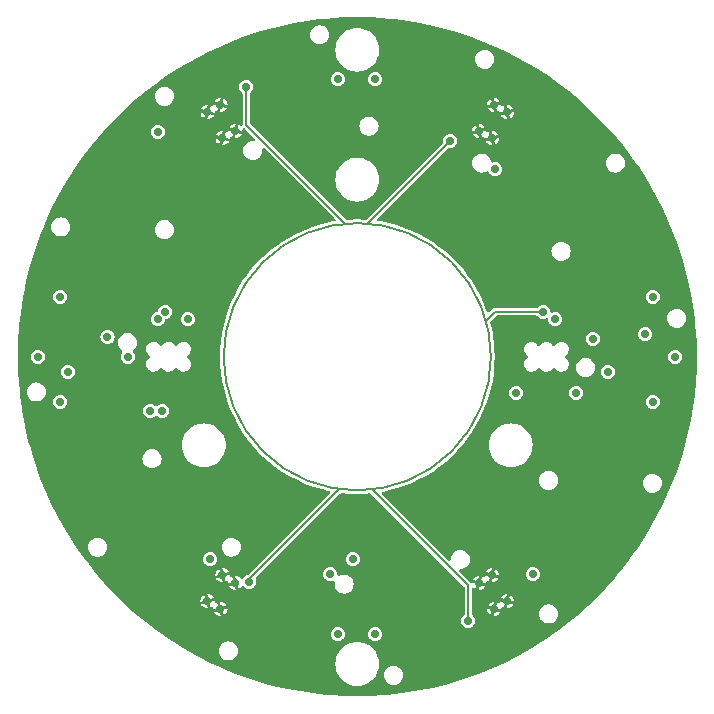
<source format=gbr>
%TF.GenerationSoftware,KiCad,Pcbnew,7.0.5*%
%TF.CreationDate,2023-06-26T09:34:37-04:00*%
%TF.ProjectId,ESP32Sensor-LED_board,45535033-3253-4656-9e73-6f722d4c4544,rev?*%
%TF.SameCoordinates,Original*%
%TF.FileFunction,Copper,L3,Inr*%
%TF.FilePolarity,Positive*%
%FSLAX46Y46*%
G04 Gerber Fmt 4.6, Leading zero omitted, Abs format (unit mm)*
G04 Created by KiCad (PCBNEW 7.0.5) date 2023-06-26 09:34:37*
%MOMM*%
%LPD*%
G01*
G04 APERTURE LIST*
%TA.AperFunction,ComponentPad*%
%ADD10C,0.700000*%
%TD*%
%TA.AperFunction,ViaPad*%
%ADD11C,0.700000*%
%TD*%
%TA.AperFunction,Conductor*%
%ADD12C,0.127000*%
%TD*%
G04 APERTURE END LIST*
D10*
%TO.N,LED_GND*%
%TO.C,U2*%
X10315074Y-19136248D03*
X11585074Y-21335952D03*
X11414926Y-18501248D03*
X12684926Y-20700952D03*
%TD*%
%TO.N,LED_GND*%
%TO.C,U3*%
X-10315074Y19136248D03*
X-11585074Y21335952D03*
X-11414926Y18501248D03*
X-12684926Y20700952D03*
%TD*%
%TO.N,LED_GND*%
%TO.C,U4*%
X-11585074Y-21335952D03*
X-10315074Y-19136248D03*
X-12684926Y-20700952D03*
X-11414926Y-18501248D03*
%TD*%
%TO.N,LED_GND*%
%TO.C,U1*%
X11585074Y21335952D03*
X10315074Y19136248D03*
X12684926Y20700952D03*
X11414926Y18501248D03*
%TD*%
D11*
%TO.N,+Vs_For_LED_Drivers*%
X-12446000Y-17145000D03*
X-16891000Y19050000D03*
X16764000Y3175000D03*
X14859000Y-18415000D03*
X-14351000Y3175000D03*
X11684000Y15875000D03*
%TO.N,Net-(K1-S1)*%
X24384000Y1905000D03*
X1524000Y23495000D03*
%TO.N,LED_REF_INV*%
X-19431000Y0D03*
X-27051000Y0D03*
X19939000Y1524000D03*
X18542000Y-3048000D03*
X13462000Y-3048000D03*
X26924000Y0D03*
%TO.N,Net-(U1-Q)*%
X25019000Y5080000D03*
%TO.N,PWM_DIM*%
X9398000Y-22352000D03*
X7874000Y18288000D03*
X-9144000Y-19050000D03*
X-9398000Y22860000D03*
X15748000Y3810000D03*
%TO.N,Net-(U2-Q)*%
X25019000Y-3810000D03*
%TO.N,Net-(K1-S2)*%
X1524000Y-23495000D03*
X21209000Y-1270000D03*
%TO.N,Net-(K2-S1)*%
X-1651000Y23495000D03*
X-21148638Y1680828D03*
%TO.N,Net-(U4-Q)*%
X-25146000Y-3810000D03*
%TO.N,Net-(K2-S2)*%
X-1651000Y-23495000D03*
X-24511000Y-1270000D03*
%TO.N,Net-(U3-Q)*%
X-25146000Y5080000D03*
%TO.N,3V3*%
X-16891000Y3175000D03*
%TO.N,SDA*%
X-2286000Y-18415000D03*
X-381000Y-17145000D03*
X-16256000Y3810000D03*
%TO.N,SCL*%
X-16510000Y-4572000D03*
%TO.N,INT*%
X-17526000Y-4572000D03*
%TD*%
D12*
%TO.N,PWM_DIM*%
X7874000Y18288000D02*
X873784Y11287784D01*
X9398000Y-19369966D02*
X1270000Y-11241966D01*
X9398000Y-22352000D02*
X9398000Y-19369966D01*
X-9398000Y22860000D02*
X-9398000Y19649762D01*
X11657155Y3810000D02*
X10895155Y3048000D01*
X15748000Y3810000D02*
X11657155Y3810000D01*
X-9144000Y-18830358D02*
X-1524000Y-11210358D01*
X-9144000Y-19050000D02*
X-9144000Y-18830358D01*
X-9398000Y19649762D02*
X-1016000Y11267762D01*
X7999835Y7999835D02*
G75*
G02*
X7999835Y7999835I-7999835J-7999835D01*
G01*
%TD*%
%TA.AperFunction,Conductor*%
%TO.N,LED_GND*%
G36*
X821822Y28730129D02*
G01*
X1073663Y28725419D01*
X1075975Y28725333D01*
X2147008Y28665186D01*
X2149298Y28665014D01*
X2531873Y28629139D01*
X3217315Y28564862D01*
X3219619Y28564603D01*
X4283138Y28424589D01*
X4285431Y28424243D01*
X5342977Y28244559D01*
X5345255Y28244128D01*
X6395343Y28025026D01*
X6397604Y28024510D01*
X7438747Y27766302D01*
X7440986Y27765702D01*
X8471776Y27468737D01*
X8473992Y27468053D01*
X9492945Y27132756D01*
X9495134Y27131991D01*
X10500815Y26758837D01*
X10502974Y26757990D01*
X11494018Y26347485D01*
X11496143Y26346558D01*
X12471150Y25899284D01*
X12473239Y25898278D01*
X13430836Y25414860D01*
X13432886Y25413777D01*
X14371742Y24894889D01*
X14373750Y24893729D01*
X15292524Y24340114D01*
X15294488Y24338880D01*
X16191966Y23751269D01*
X16193882Y23749962D01*
X17068725Y23129226D01*
X17070568Y23127867D01*
X17921611Y22474838D01*
X17923424Y22473392D01*
X18424474Y22058257D01*
X18749436Y21789014D01*
X18751178Y21787515D01*
X19551058Y21072699D01*
X19552757Y21071122D01*
X20325302Y20326942D01*
X20326942Y20325302D01*
X21071122Y19552757D01*
X21072699Y19551058D01*
X21787515Y18751178D01*
X21789014Y18749436D01*
X21968441Y18532877D01*
X22473392Y17923424D01*
X22474838Y17921611D01*
X23127867Y17070568D01*
X23129226Y17068725D01*
X23550644Y16474794D01*
X23749962Y16193882D01*
X23751269Y16191966D01*
X24338880Y15294488D01*
X24340114Y15292524D01*
X24893729Y14373750D01*
X24894889Y14371742D01*
X25413777Y13432886D01*
X25414860Y13430836D01*
X25898278Y12473239D01*
X25899284Y12471150D01*
X26346558Y11496143D01*
X26347485Y11494018D01*
X26757990Y10502974D01*
X26758837Y10500815D01*
X27131991Y9495134D01*
X27132756Y9492945D01*
X27468053Y8473992D01*
X27468737Y8471776D01*
X27765702Y7440986D01*
X27766302Y7438747D01*
X28024510Y6397604D01*
X28025026Y6395343D01*
X28244128Y5345255D01*
X28244559Y5342977D01*
X28424243Y4285431D01*
X28424589Y4283138D01*
X28564603Y3219619D01*
X28564862Y3217315D01*
X28619993Y2629409D01*
X28659757Y2205364D01*
X28665013Y2149321D01*
X28665186Y2147008D01*
X28725333Y1075975D01*
X28725419Y1073663D01*
X28729780Y840553D01*
X28745478Y1159D01*
X28745478Y-1159D01*
X28725420Y-1073658D01*
X28725333Y-1075975D01*
X28665186Y-2147008D01*
X28665013Y-2149321D01*
X28564862Y-3217315D01*
X28564603Y-3219619D01*
X28424589Y-4283138D01*
X28424243Y-4285431D01*
X28244559Y-5342977D01*
X28244128Y-5345255D01*
X28025026Y-6395343D01*
X28024510Y-6397604D01*
X27766302Y-7438747D01*
X27765702Y-7440986D01*
X27468737Y-8471776D01*
X27468053Y-8473992D01*
X27132756Y-9492945D01*
X27131991Y-9495134D01*
X26758837Y-10500815D01*
X26757990Y-10502974D01*
X26347485Y-11494018D01*
X26346558Y-11496143D01*
X25899284Y-12471150D01*
X25898278Y-12473239D01*
X25414860Y-13430836D01*
X25413777Y-13432886D01*
X24894889Y-14371742D01*
X24893729Y-14373750D01*
X24340114Y-15292524D01*
X24338880Y-15294488D01*
X23751269Y-16191966D01*
X23749962Y-16193882D01*
X23610718Y-16390128D01*
X23129226Y-17068725D01*
X23127873Y-17070558D01*
X23000690Y-17236307D01*
X22474838Y-17921611D01*
X22473392Y-17923424D01*
X22031445Y-18456835D01*
X21789014Y-18749436D01*
X21787515Y-18751178D01*
X21072699Y-19551058D01*
X21071122Y-19552757D01*
X20326942Y-20325302D01*
X20325302Y-20326942D01*
X19552757Y-21071122D01*
X19551058Y-21072699D01*
X18751178Y-21787515D01*
X18749436Y-21789014D01*
X18586857Y-21923717D01*
X17923424Y-22473392D01*
X17921611Y-22474838D01*
X17070568Y-23127867D01*
X17068725Y-23129226D01*
X16553220Y-23494998D01*
X16193882Y-23749962D01*
X16191966Y-23751269D01*
X15294488Y-24338880D01*
X15292524Y-24340114D01*
X14373750Y-24893729D01*
X14371742Y-24894889D01*
X13432886Y-25413777D01*
X13430836Y-25414860D01*
X12473239Y-25898278D01*
X12471150Y-25899284D01*
X11496143Y-26346558D01*
X11494018Y-26347485D01*
X10502974Y-26757990D01*
X10500815Y-26758837D01*
X9495134Y-27131991D01*
X9492945Y-27132756D01*
X8473992Y-27468053D01*
X8471776Y-27468737D01*
X7440986Y-27765702D01*
X7438747Y-27766302D01*
X6397604Y-28024510D01*
X6395343Y-28025026D01*
X5345255Y-28244128D01*
X5342977Y-28244559D01*
X4285431Y-28424243D01*
X4283138Y-28424589D01*
X3219619Y-28564603D01*
X3217315Y-28564862D01*
X2531873Y-28629139D01*
X2149298Y-28665014D01*
X2147008Y-28665186D01*
X1075975Y-28725333D01*
X1073663Y-28725419D01*
X821822Y-28730129D01*
X1159Y-28745478D01*
X-1159Y-28745478D01*
X-821822Y-28730129D01*
X-1073663Y-28725419D01*
X-1075975Y-28725333D01*
X-2147008Y-28665186D01*
X-2149298Y-28665014D01*
X-2531873Y-28629139D01*
X-3217315Y-28564862D01*
X-3219619Y-28564603D01*
X-4283138Y-28424589D01*
X-4285431Y-28424243D01*
X-5342977Y-28244559D01*
X-5345255Y-28244128D01*
X-6395343Y-28025026D01*
X-6397604Y-28024510D01*
X-7438747Y-27766302D01*
X-7440986Y-27765702D01*
X-8471776Y-27468737D01*
X-8473992Y-27468053D01*
X-9492945Y-27132756D01*
X-9495134Y-27131991D01*
X-10500815Y-26758837D01*
X-10502974Y-26757990D01*
X-11494018Y-26347485D01*
X-11496143Y-26346558D01*
X-12251600Y-26000000D01*
X-1859237Y-26000000D01*
X-1840313Y-26264597D01*
X-1840312Y-26264601D01*
X-1840312Y-26264602D01*
X-1822379Y-26347040D01*
X-1783925Y-26523808D01*
X-1691221Y-26772355D01*
X-1691218Y-26772359D01*
X-1691218Y-26772361D01*
X-1677637Y-26797233D01*
X-1564090Y-27005179D01*
X-1405118Y-27217541D01*
X-1217541Y-27405118D01*
X-1005179Y-27564090D01*
X-772360Y-27691218D01*
X-772359Y-27691218D01*
X-772355Y-27691221D01*
X-523808Y-27783925D01*
X-264597Y-27840313D01*
X-26508Y-27857341D01*
X-1Y-27859237D01*
X0Y-27859237D01*
X1Y-27859237D01*
X26508Y-27857341D01*
X264597Y-27840313D01*
X523808Y-27783925D01*
X772355Y-27691221D01*
X772359Y-27691218D01*
X772361Y-27691218D01*
X888767Y-27627655D01*
X1005179Y-27564090D01*
X1217541Y-27405118D01*
X1405118Y-27217541D01*
X1564090Y-27005179D01*
X1579268Y-26977382D01*
X2250182Y-26977382D01*
X2270478Y-27157524D01*
X2330355Y-27328643D01*
X2330356Y-27328646D01*
X2421892Y-27474326D01*
X2426809Y-27482151D01*
X2555001Y-27610343D01*
X2708505Y-27706795D01*
X2879622Y-27766672D01*
X2879625Y-27766672D01*
X2879627Y-27766673D01*
X2970572Y-27776919D01*
X3014583Y-27781878D01*
X3014586Y-27781879D01*
X3104957Y-27781879D01*
X3104960Y-27781879D01*
X3104961Y-27781878D01*
X3172440Y-27774275D01*
X3239918Y-27766673D01*
X3239919Y-27766672D01*
X3239924Y-27766672D01*
X3411041Y-27706795D01*
X3564545Y-27610343D01*
X3692737Y-27482151D01*
X3789189Y-27328647D01*
X3849066Y-27157530D01*
X3849067Y-27157524D01*
X3869364Y-26977382D01*
X3869364Y-26977375D01*
X3849067Y-26797233D01*
X3849066Y-26797231D01*
X3849066Y-26797228D01*
X3789189Y-26626111D01*
X3692737Y-26472607D01*
X3564545Y-26344415D01*
X3564544Y-26344414D01*
X3411040Y-26247962D01*
X3411037Y-26247961D01*
X3264249Y-26196598D01*
X3239924Y-26188086D01*
X3239923Y-26188085D01*
X3239918Y-26188084D01*
X3104963Y-26172879D01*
X3104957Y-26172879D01*
X3014589Y-26172879D01*
X3014582Y-26172879D01*
X2879627Y-26188084D01*
X2708508Y-26247961D01*
X2708505Y-26247962D01*
X2555000Y-26344415D01*
X2426809Y-26472606D01*
X2330356Y-26626111D01*
X2330355Y-26626114D01*
X2270478Y-26797233D01*
X2250182Y-26977375D01*
X2250182Y-26977382D01*
X1579268Y-26977382D01*
X1677637Y-26797233D01*
X1691218Y-26772361D01*
X1691218Y-26772359D01*
X1691221Y-26772355D01*
X1783925Y-26523808D01*
X1822379Y-26347040D01*
X1840312Y-26264602D01*
X1840312Y-26264601D01*
X1840313Y-26264597D01*
X1859237Y-26000000D01*
X1840313Y-25735403D01*
X1835075Y-25711326D01*
X1783927Y-25476200D01*
X1783926Y-25476198D01*
X1783925Y-25476192D01*
X1691221Y-25227645D01*
X1691219Y-25227642D01*
X1691218Y-25227638D01*
X1564093Y-24994826D01*
X1564088Y-24994818D01*
X1405124Y-24782466D01*
X1405108Y-24782448D01*
X1217551Y-24594891D01*
X1217533Y-24594875D01*
X1005181Y-24435911D01*
X1005173Y-24435906D01*
X772360Y-24308781D01*
X772361Y-24308781D01*
X672936Y-24271697D01*
X523808Y-24216075D01*
X523805Y-24216074D01*
X523799Y-24216072D01*
X264602Y-24159687D01*
X1Y-24140763D01*
X-1Y-24140763D01*
X-264602Y-24159687D01*
X-523799Y-24216072D01*
X-523805Y-24216074D01*
X-523808Y-24216075D01*
X-672936Y-24271697D01*
X-772361Y-24308781D01*
X-1005173Y-24435906D01*
X-1005181Y-24435911D01*
X-1217533Y-24594875D01*
X-1217551Y-24594891D01*
X-1405108Y-24782448D01*
X-1405124Y-24782466D01*
X-1564088Y-24994818D01*
X-1564093Y-24994826D01*
X-1691218Y-25227638D01*
X-1691219Y-25227642D01*
X-1691221Y-25227645D01*
X-1783925Y-25476192D01*
X-1783926Y-25476198D01*
X-1783927Y-25476200D01*
X-1835075Y-25711326D01*
X-1840313Y-25735403D01*
X-1859237Y-26000000D01*
X-12251600Y-26000000D01*
X-12471150Y-25899284D01*
X-12473239Y-25898278D01*
X-13430836Y-25414860D01*
X-13432886Y-25413777D01*
X-14350136Y-24906830D01*
X-11725970Y-24906830D01*
X-11716056Y-24994818D01*
X-11705672Y-25086978D01*
X-11645795Y-25258095D01*
X-11549343Y-25411599D01*
X-11421151Y-25539791D01*
X-11267647Y-25636243D01*
X-11096530Y-25696120D01*
X-11096525Y-25696120D01*
X-11096524Y-25696121D01*
X-11029046Y-25703723D01*
X-10961567Y-25711326D01*
X-10961566Y-25711327D01*
X-10871195Y-25711327D01*
X-10871192Y-25711327D01*
X-10871189Y-25711326D01*
X-10827178Y-25706367D01*
X-10736233Y-25696121D01*
X-10736231Y-25696120D01*
X-10736228Y-25696120D01*
X-10565111Y-25636243D01*
X-10411607Y-25539791D01*
X-10283415Y-25411599D01*
X-10283414Y-25411598D01*
X-10186962Y-25258094D01*
X-10186961Y-25258091D01*
X-10127084Y-25086972D01*
X-10106788Y-24906830D01*
X-10106788Y-24906823D01*
X-10127084Y-24726681D01*
X-10186961Y-24555562D01*
X-10186962Y-24555559D01*
X-10283415Y-24402054D01*
X-10411606Y-24273863D01*
X-10565111Y-24177410D01*
X-10565114Y-24177409D01*
X-10736233Y-24117532D01*
X-10871188Y-24102327D01*
X-10871195Y-24102327D01*
X-10961563Y-24102327D01*
X-10961569Y-24102327D01*
X-11096524Y-24117532D01*
X-11267643Y-24177409D01*
X-11267646Y-24177410D01*
X-11329181Y-24216075D01*
X-11421151Y-24273863D01*
X-11549343Y-24402055D01*
X-11645795Y-24555559D01*
X-11705672Y-24726676D01*
X-11705672Y-24726679D01*
X-11705673Y-24726681D01*
X-11725970Y-24906823D01*
X-11725970Y-24906830D01*
X-14350136Y-24906830D01*
X-14371742Y-24894889D01*
X-14373750Y-24893729D01*
X-15292524Y-24340114D01*
X-15294488Y-24338880D01*
X-16191966Y-23751269D01*
X-16193882Y-23749962D01*
X-16553217Y-23495000D01*
X-2256682Y-23495000D01*
X-2236044Y-23651762D01*
X-2175536Y-23797841D01*
X-2079282Y-23923282D01*
X-1953841Y-24019536D01*
X-1807762Y-24080044D01*
X-1703253Y-24093802D01*
X-1651001Y-24100682D01*
X-1651000Y-24100682D01*
X-1650999Y-24100682D01*
X-1572618Y-24090363D01*
X-1494238Y-24080044D01*
X-1348159Y-24019536D01*
X-1222718Y-23923282D01*
X-1126464Y-23797841D01*
X-1106915Y-23750647D01*
X-1065956Y-23651762D01*
X-1065955Y-23651760D01*
X-1045318Y-23495001D01*
X918318Y-23495001D01*
X938955Y-23651760D01*
X938956Y-23651762D01*
X979915Y-23750647D01*
X999464Y-23797841D01*
X1095718Y-23923282D01*
X1221159Y-24019536D01*
X1367238Y-24080044D01*
X1445619Y-24090363D01*
X1523999Y-24100682D01*
X1524000Y-24100682D01*
X1524001Y-24100682D01*
X1576254Y-24093802D01*
X1680762Y-24080044D01*
X1826841Y-24019536D01*
X1952282Y-23923282D01*
X2048536Y-23797841D01*
X2109044Y-23651762D01*
X2129682Y-23495000D01*
X2109044Y-23338238D01*
X2048536Y-23192159D01*
X1952282Y-23066718D01*
X1826841Y-22970464D01*
X1680762Y-22909956D01*
X1680760Y-22909955D01*
X1524001Y-22889318D01*
X1523999Y-22889318D01*
X1367239Y-22909955D01*
X1367237Y-22909956D01*
X1221160Y-22970463D01*
X1095718Y-23066718D01*
X999463Y-23192160D01*
X938956Y-23338237D01*
X938955Y-23338239D01*
X918318Y-23494998D01*
X918318Y-23495001D01*
X-1045318Y-23495001D01*
X-1045318Y-23494998D01*
X-1065955Y-23338239D01*
X-1065956Y-23338237D01*
X-1126463Y-23192160D01*
X-1222718Y-23066718D01*
X-1348160Y-22970463D01*
X-1494237Y-22909956D01*
X-1494239Y-22909955D01*
X-1650999Y-22889318D01*
X-1651001Y-22889318D01*
X-1807760Y-22909955D01*
X-1807762Y-22909956D01*
X-1953841Y-22970464D01*
X-2079282Y-23066718D01*
X-2175536Y-23192159D01*
X-2236044Y-23338238D01*
X-2256682Y-23495000D01*
X-16553217Y-23495000D01*
X-16553220Y-23494998D01*
X-17068725Y-23129226D01*
X-17070568Y-23127867D01*
X-17921611Y-22474838D01*
X-17923424Y-22473392D01*
X-18586857Y-21923717D01*
X-18749436Y-21789014D01*
X-18751178Y-21787515D01*
X-18950865Y-21609064D01*
X-12121382Y-21609064D01*
X-12109174Y-21638538D01*
X-12012998Y-21763876D01*
X-11887660Y-21860052D01*
X-11741708Y-21920506D01*
X-11741704Y-21920507D01*
X-11585074Y-21941128D01*
X-11553443Y-21936963D01*
X-11673462Y-21489044D01*
X-12121381Y-21609063D01*
X-12121382Y-21609064D01*
X-18950865Y-21609064D01*
X-19216429Y-21371742D01*
X-11695224Y-21371742D01*
X-11653151Y-21429652D01*
X-11602522Y-21446102D01*
X-11567626Y-21446102D01*
X-11516997Y-21429652D01*
X-11513138Y-21424340D01*
X-11431980Y-21424340D01*
X-11311960Y-21872259D01*
X-11282485Y-21860050D01*
X-11157149Y-21763876D01*
X-11060973Y-21638538D01*
X-11000519Y-21492586D01*
X-11000518Y-21492582D01*
X-10979897Y-21335952D01*
X-10979897Y-21335950D01*
X-10984060Y-21304322D01*
X-10984061Y-21304321D01*
X-11431980Y-21424340D01*
X-11513138Y-21424340D01*
X-11474924Y-21371742D01*
X-11474924Y-21300162D01*
X-11516997Y-21242252D01*
X-11567626Y-21225802D01*
X-11602522Y-21225802D01*
X-11653151Y-21242252D01*
X-11695224Y-21300162D01*
X-11695224Y-21371742D01*
X-19216429Y-21371742D01*
X-19551058Y-21072699D01*
X-19552757Y-21071122D01*
X-19653514Y-20974064D01*
X-13221234Y-20974064D01*
X-13209026Y-21003538D01*
X-13112850Y-21128876D01*
X-12987512Y-21225052D01*
X-12841560Y-21285506D01*
X-12841556Y-21285507D01*
X-12684926Y-21306128D01*
X-12653295Y-21301963D01*
X-12773314Y-20854044D01*
X-13221233Y-20974063D01*
X-13221234Y-20974064D01*
X-19653514Y-20974064D01*
X-19899882Y-20736742D01*
X-12795076Y-20736742D01*
X-12753003Y-20794652D01*
X-12702374Y-20811102D01*
X-12667478Y-20811102D01*
X-12616849Y-20794652D01*
X-12612990Y-20789340D01*
X-12531832Y-20789340D01*
X-12411812Y-21237259D01*
X-12382336Y-21225050D01*
X-12376253Y-21221538D01*
X-12308353Y-21205064D01*
X-12242326Y-21227915D01*
X-12199134Y-21282836D01*
X-12190251Y-21328924D01*
X-12190251Y-21335950D01*
X-12186085Y-21367581D01*
X-11738166Y-21247562D01*
X-11858186Y-20799644D01*
X-11887666Y-20811855D01*
X-11893757Y-20815371D01*
X-11961658Y-20831838D01*
X-12027684Y-20808981D01*
X-12070870Y-20754057D01*
X-12074554Y-20734938D01*
X-11616703Y-20734938D01*
X-11496684Y-21182858D01*
X-11048765Y-21062838D01*
X-11060974Y-21033364D01*
X-11157147Y-20908028D01*
X-11282487Y-20811851D01*
X-11428439Y-20751397D01*
X-11428443Y-20751396D01*
X-11585073Y-20730775D01*
X-11585075Y-20730775D01*
X-11616703Y-20734938D01*
X-12074554Y-20734938D01*
X-12079749Y-20707979D01*
X-12079749Y-20700950D01*
X-12083912Y-20669322D01*
X-12083913Y-20669321D01*
X-12531832Y-20789340D01*
X-12612990Y-20789340D01*
X-12574776Y-20736742D01*
X-12574776Y-20665162D01*
X-12616849Y-20607252D01*
X-12667478Y-20590802D01*
X-12702374Y-20590802D01*
X-12753003Y-20607252D01*
X-12795076Y-20665162D01*
X-12795076Y-20736742D01*
X-19899882Y-20736742D01*
X-19937037Y-20700951D01*
X-13290102Y-20700951D01*
X-13285937Y-20732581D01*
X-12838018Y-20612562D01*
X-12958038Y-20164644D01*
X-12987515Y-20176854D01*
X-13112850Y-20273027D01*
X-13209025Y-20398364D01*
X-13269480Y-20544317D01*
X-13269481Y-20544321D01*
X-13290102Y-20700951D01*
X-19937037Y-20700951D01*
X-20325302Y-20326942D01*
X-20326942Y-20325302D01*
X-20544031Y-20099938D01*
X-12716555Y-20099938D01*
X-12596536Y-20547858D01*
X-12148617Y-20427838D01*
X-12160826Y-20398364D01*
X-12256999Y-20273028D01*
X-12382339Y-20176851D01*
X-12528291Y-20116397D01*
X-12528295Y-20116396D01*
X-12684925Y-20095775D01*
X-12684927Y-20095775D01*
X-12716555Y-20099938D01*
X-20544031Y-20099938D01*
X-21071122Y-19552757D01*
X-21072699Y-19551058D01*
X-21199328Y-19409360D01*
X-10851382Y-19409360D01*
X-10839174Y-19438834D01*
X-10742998Y-19564172D01*
X-10617660Y-19660348D01*
X-10471708Y-19720802D01*
X-10471704Y-19720803D01*
X-10315074Y-19741424D01*
X-10283443Y-19737259D01*
X-10403462Y-19289340D01*
X-10851381Y-19409359D01*
X-10851382Y-19409360D01*
X-21199328Y-19409360D01*
X-21411412Y-19172038D01*
X-10425224Y-19172038D01*
X-10383151Y-19229948D01*
X-10332522Y-19246398D01*
X-10297626Y-19246398D01*
X-10246997Y-19229948D01*
X-10204924Y-19172038D01*
X-10204924Y-19100458D01*
X-10246997Y-19042548D01*
X-10297626Y-19026098D01*
X-10332522Y-19026098D01*
X-10383151Y-19042548D01*
X-10425224Y-19100458D01*
X-10425224Y-19172038D01*
X-21411412Y-19172038D01*
X-21766798Y-18774360D01*
X-11951234Y-18774360D01*
X-11939026Y-18803834D01*
X-11842850Y-18929172D01*
X-11717512Y-19025348D01*
X-11571560Y-19085802D01*
X-11571556Y-19085803D01*
X-11414926Y-19106424D01*
X-11383295Y-19102259D01*
X-11503314Y-18654340D01*
X-11951233Y-18774359D01*
X-11951234Y-18774360D01*
X-21766798Y-18774360D01*
X-21787515Y-18751178D01*
X-21789014Y-18749436D01*
X-21964994Y-18537038D01*
X-11525076Y-18537038D01*
X-11483003Y-18594948D01*
X-11432374Y-18611398D01*
X-11397478Y-18611398D01*
X-11346849Y-18594948D01*
X-11342990Y-18589636D01*
X-11261832Y-18589636D01*
X-11141812Y-19037555D01*
X-11112336Y-19025346D01*
X-11106253Y-19021834D01*
X-11038353Y-19005360D01*
X-10972326Y-19028211D01*
X-10929134Y-19083132D01*
X-10920251Y-19129220D01*
X-10920251Y-19136246D01*
X-10916085Y-19167877D01*
X-10468166Y-19047858D01*
X-10588186Y-18599940D01*
X-10617666Y-18612151D01*
X-10623757Y-18615667D01*
X-10691658Y-18632134D01*
X-10757684Y-18609277D01*
X-10800870Y-18554353D01*
X-10809749Y-18508275D01*
X-10809749Y-18501246D01*
X-10813912Y-18469618D01*
X-10813913Y-18469617D01*
X-11261832Y-18589636D01*
X-11342990Y-18589636D01*
X-11304776Y-18537038D01*
X-11304776Y-18465458D01*
X-11346849Y-18407548D01*
X-11397478Y-18391098D01*
X-11432374Y-18391098D01*
X-11483003Y-18407548D01*
X-11525076Y-18465458D01*
X-11525076Y-18537038D01*
X-21964994Y-18537038D01*
X-21994648Y-18501247D01*
X-12020102Y-18501247D01*
X-12015937Y-18532877D01*
X-11568018Y-18412858D01*
X-11688038Y-17964940D01*
X-11717515Y-17977150D01*
X-11842850Y-18073323D01*
X-11939025Y-18198660D01*
X-11999480Y-18344613D01*
X-11999481Y-18344617D01*
X-12020102Y-18501247D01*
X-21994648Y-18501247D01*
X-22031445Y-18456835D01*
X-22473392Y-17923424D01*
X-22474838Y-17921611D01*
X-22491241Y-17900234D01*
X-11446555Y-17900234D01*
X-11326536Y-18348154D01*
X-10878617Y-18228134D01*
X-10890826Y-18198660D01*
X-10986999Y-18073324D01*
X-11112339Y-17977147D01*
X-11258291Y-17916693D01*
X-11258295Y-17916692D01*
X-11414925Y-17896071D01*
X-11414927Y-17896071D01*
X-11446555Y-17900234D01*
X-22491241Y-17900234D01*
X-23000690Y-17236307D01*
X-23070752Y-17145000D01*
X-13051682Y-17145000D01*
X-13031044Y-17301762D01*
X-12970536Y-17447841D01*
X-12874282Y-17573282D01*
X-12748841Y-17669536D01*
X-12602762Y-17730044D01*
X-12498254Y-17743802D01*
X-12446001Y-17750682D01*
X-12446000Y-17750682D01*
X-12445999Y-17750682D01*
X-12367619Y-17740363D01*
X-12289238Y-17730044D01*
X-12143159Y-17669536D01*
X-12017718Y-17573282D01*
X-11921464Y-17447841D01*
X-11860956Y-17301762D01*
X-11860955Y-17301760D01*
X-11840318Y-17145001D01*
X-11840318Y-17144998D01*
X-11860955Y-16988239D01*
X-11860956Y-16988237D01*
X-11921463Y-16842160D01*
X-12017718Y-16716718D01*
X-12143160Y-16620463D01*
X-12289237Y-16559956D01*
X-12289239Y-16559955D01*
X-12445999Y-16539318D01*
X-12446001Y-16539318D01*
X-12602760Y-16559955D01*
X-12602762Y-16559956D01*
X-12748841Y-16620464D01*
X-12874282Y-16716718D01*
X-12970536Y-16842159D01*
X-13031044Y-16988238D01*
X-13051682Y-17145000D01*
X-23070752Y-17145000D01*
X-23127873Y-17070558D01*
X-23129226Y-17068725D01*
X-23610718Y-16390128D01*
X-23749962Y-16193882D01*
X-23751269Y-16191966D01*
X-23794785Y-16125503D01*
X-22794445Y-16125503D01*
X-22774148Y-16305645D01*
X-22774147Y-16305651D01*
X-22714270Y-16476768D01*
X-22617818Y-16630272D01*
X-22489626Y-16758464D01*
X-22336122Y-16854916D01*
X-22165005Y-16914793D01*
X-22165000Y-16914793D01*
X-22164999Y-16914794D01*
X-22097521Y-16922396D01*
X-22030042Y-16929999D01*
X-22030041Y-16930000D01*
X-21939670Y-16930000D01*
X-21939667Y-16930000D01*
X-21939664Y-16929999D01*
X-21895653Y-16925040D01*
X-21804708Y-16914794D01*
X-21804706Y-16914793D01*
X-21804703Y-16914793D01*
X-21633586Y-16854916D01*
X-21480082Y-16758464D01*
X-21351890Y-16630272D01*
X-21255438Y-16476768D01*
X-21255437Y-16476767D01*
X-21255436Y-16476764D01*
X-21195559Y-16305645D01*
X-21175263Y-16125503D01*
X-11480737Y-16125503D01*
X-11460440Y-16305645D01*
X-11460439Y-16305651D01*
X-11400562Y-16476768D01*
X-11304110Y-16630272D01*
X-11175918Y-16758464D01*
X-11022414Y-16854916D01*
X-10851297Y-16914793D01*
X-10851292Y-16914793D01*
X-10851291Y-16914794D01*
X-10783813Y-16922396D01*
X-10716334Y-16929999D01*
X-10716333Y-16930000D01*
X-10625962Y-16930000D01*
X-10625959Y-16930000D01*
X-10625956Y-16929999D01*
X-10581945Y-16925040D01*
X-10491000Y-16914794D01*
X-10490998Y-16914793D01*
X-10490995Y-16914793D01*
X-10319878Y-16854916D01*
X-10166374Y-16758464D01*
X-10038182Y-16630272D01*
X-9941730Y-16476768D01*
X-9941729Y-16476767D01*
X-9941728Y-16476764D01*
X-9881851Y-16305645D01*
X-9861555Y-16125503D01*
X-9861555Y-16125496D01*
X-9881851Y-15945354D01*
X-9941728Y-15774235D01*
X-9941729Y-15774232D01*
X-10038182Y-15620727D01*
X-10166373Y-15492536D01*
X-10319878Y-15396083D01*
X-10319881Y-15396082D01*
X-10491000Y-15336205D01*
X-10625955Y-15321000D01*
X-10625962Y-15321000D01*
X-10716330Y-15321000D01*
X-10716336Y-15321000D01*
X-10851291Y-15336205D01*
X-11022410Y-15396082D01*
X-11022413Y-15396083D01*
X-11033644Y-15403140D01*
X-11175918Y-15492536D01*
X-11304110Y-15620728D01*
X-11400562Y-15774232D01*
X-11460439Y-15945349D01*
X-11460439Y-15945352D01*
X-11460440Y-15945354D01*
X-11480737Y-16125496D01*
X-11480737Y-16125503D01*
X-21175263Y-16125503D01*
X-21175263Y-16125496D01*
X-21195559Y-15945354D01*
X-21255436Y-15774235D01*
X-21255437Y-15774232D01*
X-21351890Y-15620727D01*
X-21480081Y-15492536D01*
X-21633586Y-15396083D01*
X-21633589Y-15396082D01*
X-21804708Y-15336205D01*
X-21939663Y-15321000D01*
X-21939670Y-15321000D01*
X-22030038Y-15321000D01*
X-22030044Y-15321000D01*
X-22164999Y-15336205D01*
X-22336118Y-15396082D01*
X-22336121Y-15396083D01*
X-22347352Y-15403140D01*
X-22489626Y-15492536D01*
X-22617818Y-15620728D01*
X-22714270Y-15774232D01*
X-22774147Y-15945349D01*
X-22774147Y-15945352D01*
X-22774148Y-15945354D01*
X-22794445Y-16125496D01*
X-22794445Y-16125503D01*
X-23794785Y-16125503D01*
X-24338880Y-15294488D01*
X-24340114Y-15292524D01*
X-24893729Y-14373750D01*
X-24894889Y-14371742D01*
X-25413777Y-13432886D01*
X-25414860Y-13430836D01*
X-25898278Y-12473239D01*
X-25899284Y-12471150D01*
X-26346558Y-11496143D01*
X-26347485Y-11494018D01*
X-26757990Y-10502974D01*
X-26758837Y-10500815D01*
X-27131991Y-9495134D01*
X-27132756Y-9492945D01*
X-27412331Y-8643330D01*
X-18191512Y-8643330D01*
X-18171215Y-8823472D01*
X-18171214Y-8823478D01*
X-18111337Y-8994595D01*
X-18014885Y-9148099D01*
X-17886693Y-9276291D01*
X-17733189Y-9372743D01*
X-17562072Y-9432620D01*
X-17562067Y-9432620D01*
X-17562066Y-9432621D01*
X-17494588Y-9440223D01*
X-17427109Y-9447826D01*
X-17427108Y-9447827D01*
X-17336737Y-9447827D01*
X-17336734Y-9447827D01*
X-17336731Y-9447826D01*
X-17292720Y-9442867D01*
X-17201775Y-9432621D01*
X-17201773Y-9432620D01*
X-17201770Y-9432620D01*
X-17030653Y-9372743D01*
X-16877149Y-9276291D01*
X-16748957Y-9148099D01*
X-16652505Y-8994595D01*
X-16652504Y-8994594D01*
X-16652503Y-8994591D01*
X-16592626Y-8823472D01*
X-16572330Y-8643330D01*
X-16572330Y-8643323D01*
X-16592626Y-8463181D01*
X-16652503Y-8292062D01*
X-16652504Y-8292059D01*
X-16748957Y-8138554D01*
X-16877148Y-8010363D01*
X-17030653Y-7913910D01*
X-17030656Y-7913909D01*
X-17201775Y-7854032D01*
X-17336730Y-7838827D01*
X-17336737Y-7838827D01*
X-17427105Y-7838827D01*
X-17427111Y-7838827D01*
X-17562066Y-7854032D01*
X-17733185Y-7913909D01*
X-17733188Y-7913910D01*
X-17859042Y-7992989D01*
X-17886693Y-8010363D01*
X-18014885Y-8138555D01*
X-18111337Y-8292059D01*
X-18171214Y-8463176D01*
X-18171214Y-8463179D01*
X-18171215Y-8463181D01*
X-18191512Y-8643323D01*
X-18191512Y-8643330D01*
X-27412331Y-8643330D01*
X-27468053Y-8473992D01*
X-27468737Y-8471776D01*
X-27748700Y-7500000D01*
X-14849618Y-7500000D01*
X-14830694Y-7764597D01*
X-14774306Y-8023808D01*
X-14681602Y-8272355D01*
X-14554471Y-8505179D01*
X-14395499Y-8717541D01*
X-14207922Y-8905118D01*
X-13995560Y-9064090D01*
X-13762741Y-9191218D01*
X-13762740Y-9191218D01*
X-13762736Y-9191221D01*
X-13514189Y-9283925D01*
X-13254978Y-9340313D01*
X-13016889Y-9357341D01*
X-12990382Y-9359237D01*
X-12990381Y-9359237D01*
X-12990380Y-9359237D01*
X-12960921Y-9357130D01*
X-12725784Y-9340313D01*
X-12725780Y-9340312D01*
X-12725778Y-9340312D01*
X-12466581Y-9283927D01*
X-12466579Y-9283926D01*
X-12466573Y-9283925D01*
X-12218026Y-9191221D01*
X-12218023Y-9191219D01*
X-12218019Y-9191218D01*
X-11985207Y-9064093D01*
X-11985199Y-9064088D01*
X-11772847Y-8905124D01*
X-11772829Y-8905108D01*
X-11585272Y-8717551D01*
X-11585256Y-8717533D01*
X-11426292Y-8505181D01*
X-11426287Y-8505173D01*
X-11299162Y-8272361D01*
X-11206453Y-8023799D01*
X-11150068Y-7764602D01*
X-11131144Y-7500001D01*
X-11131144Y-7499998D01*
X-11150068Y-7235397D01*
X-11206453Y-6976200D01*
X-11299162Y-6727638D01*
X-11426287Y-6494826D01*
X-11426292Y-6494818D01*
X-11585256Y-6282466D01*
X-11585272Y-6282448D01*
X-11772829Y-6094891D01*
X-11772847Y-6094875D01*
X-11985199Y-5935911D01*
X-11985207Y-5935906D01*
X-12218020Y-5808781D01*
X-12218019Y-5808781D01*
X-12466581Y-5716072D01*
X-12725778Y-5659687D01*
X-12990380Y-5640763D01*
X-12990382Y-5640763D01*
X-13254983Y-5659687D01*
X-13514180Y-5716072D01*
X-13514186Y-5716074D01*
X-13514189Y-5716075D01*
X-13663317Y-5771697D01*
X-13762742Y-5808781D01*
X-13995554Y-5935906D01*
X-13995562Y-5935911D01*
X-14207914Y-6094875D01*
X-14207932Y-6094891D01*
X-14395489Y-6282448D01*
X-14395505Y-6282466D01*
X-14554469Y-6494818D01*
X-14554474Y-6494826D01*
X-14681599Y-6727638D01*
X-14681600Y-6727642D01*
X-14681602Y-6727645D01*
X-14774306Y-6976192D01*
X-14830694Y-7235403D01*
X-14839986Y-7365321D01*
X-14847984Y-7477160D01*
X-14849618Y-7500000D01*
X-27748700Y-7500000D01*
X-27765702Y-7440986D01*
X-27766302Y-7438747D01*
X-28024510Y-6397604D01*
X-28025026Y-6395343D01*
X-28244128Y-5345255D01*
X-28244559Y-5342977D01*
X-28375553Y-4572000D01*
X-18131682Y-4572000D01*
X-18111044Y-4728762D01*
X-18050536Y-4874841D01*
X-17954282Y-5000282D01*
X-17828841Y-5096536D01*
X-17682762Y-5157044D01*
X-17578254Y-5170802D01*
X-17526001Y-5177682D01*
X-17526000Y-5177682D01*
X-17525999Y-5177682D01*
X-17447618Y-5167363D01*
X-17369238Y-5157044D01*
X-17223159Y-5096536D01*
X-17223158Y-5096535D01*
X-17223157Y-5096535D01*
X-17093485Y-4997034D01*
X-17028316Y-4971840D01*
X-16959871Y-4985878D01*
X-16942512Y-4997035D01*
X-16938284Y-5000279D01*
X-16938282Y-5000282D01*
X-16812841Y-5096536D01*
X-16666762Y-5157044D01*
X-16562254Y-5170802D01*
X-16510001Y-5177682D01*
X-16510000Y-5177682D01*
X-16509999Y-5177682D01*
X-16431618Y-5167363D01*
X-16353238Y-5157044D01*
X-16207159Y-5096536D01*
X-16081718Y-5000282D01*
X-15985464Y-4874841D01*
X-15974399Y-4848129D01*
X-15924956Y-4728762D01*
X-15924955Y-4728760D01*
X-15904318Y-4572001D01*
X-15904318Y-4571998D01*
X-15924955Y-4415239D01*
X-15924956Y-4415237D01*
X-15985463Y-4269160D01*
X-16081718Y-4143718D01*
X-16207160Y-4047463D01*
X-16353237Y-3986956D01*
X-16353239Y-3986955D01*
X-16509999Y-3966318D01*
X-16510001Y-3966318D01*
X-16666760Y-3986955D01*
X-16666762Y-3986956D01*
X-16812842Y-4047464D01*
X-16942514Y-4146965D01*
X-17007683Y-4172159D01*
X-17076128Y-4158121D01*
X-17093486Y-4146965D01*
X-17223157Y-4047464D01*
X-17369237Y-3986956D01*
X-17369239Y-3986955D01*
X-17525999Y-3966318D01*
X-17526001Y-3966318D01*
X-17682760Y-3986955D01*
X-17682762Y-3986956D01*
X-17828841Y-4047464D01*
X-17954282Y-4143718D01*
X-18050536Y-4269159D01*
X-18111044Y-4415238D01*
X-18131682Y-4572000D01*
X-28375553Y-4572000D01*
X-28424243Y-4285431D01*
X-28424589Y-4283138D01*
X-28486878Y-3810000D01*
X-25751682Y-3810000D01*
X-25731044Y-3966762D01*
X-25670536Y-4112841D01*
X-25574282Y-4238282D01*
X-25448841Y-4334536D01*
X-25302762Y-4395044D01*
X-25198254Y-4408802D01*
X-25146001Y-4415682D01*
X-25146000Y-4415682D01*
X-25145999Y-4415682D01*
X-25067619Y-4405363D01*
X-24989238Y-4395044D01*
X-24843159Y-4334536D01*
X-24717718Y-4238282D01*
X-24621464Y-4112841D01*
X-24594383Y-4047463D01*
X-24560956Y-3966762D01*
X-24560955Y-3966760D01*
X-24540318Y-3810001D01*
X-24540318Y-3809998D01*
X-24560955Y-3653239D01*
X-24560956Y-3653237D01*
X-24621463Y-3507160D01*
X-24717718Y-3381718D01*
X-24843160Y-3285463D01*
X-24989237Y-3224956D01*
X-24989239Y-3224955D01*
X-25145999Y-3204318D01*
X-25146001Y-3204318D01*
X-25302760Y-3224955D01*
X-25302762Y-3224956D01*
X-25448841Y-3285464D01*
X-25574282Y-3381718D01*
X-25670536Y-3507159D01*
X-25731044Y-3653238D01*
X-25751682Y-3810000D01*
X-28486878Y-3810000D01*
X-28564603Y-3219619D01*
X-28564862Y-3217315D01*
X-28586509Y-2986476D01*
X-27989470Y-2986476D01*
X-27969173Y-3166618D01*
X-27969172Y-3166624D01*
X-27909295Y-3337741D01*
X-27812843Y-3491245D01*
X-27684651Y-3619437D01*
X-27531147Y-3715889D01*
X-27360030Y-3775766D01*
X-27360025Y-3775766D01*
X-27360024Y-3775767D01*
X-27292546Y-3783369D01*
X-27225067Y-3790972D01*
X-27225066Y-3790973D01*
X-27134695Y-3790973D01*
X-27134692Y-3790973D01*
X-27134689Y-3790972D01*
X-27090678Y-3786013D01*
X-26999733Y-3775767D01*
X-26999731Y-3775766D01*
X-26999728Y-3775766D01*
X-26828611Y-3715889D01*
X-26675107Y-3619437D01*
X-26546915Y-3491245D01*
X-26450463Y-3337741D01*
X-26450462Y-3337740D01*
X-26450461Y-3337737D01*
X-26390584Y-3166618D01*
X-26370288Y-2986476D01*
X-26370288Y-2986469D01*
X-26390584Y-2806327D01*
X-26450461Y-2635208D01*
X-26450462Y-2635205D01*
X-26546915Y-2481700D01*
X-26675106Y-2353509D01*
X-26828611Y-2257056D01*
X-26828614Y-2257055D01*
X-26999733Y-2197178D01*
X-27134688Y-2181973D01*
X-27134695Y-2181973D01*
X-27225063Y-2181973D01*
X-27225069Y-2181973D01*
X-27360024Y-2197178D01*
X-27531143Y-2257055D01*
X-27531146Y-2257056D01*
X-27684651Y-2353508D01*
X-27684651Y-2353509D01*
X-27812843Y-2481701D01*
X-27909295Y-2635205D01*
X-27969172Y-2806322D01*
X-27969172Y-2806325D01*
X-27969173Y-2806327D01*
X-27989470Y-2986469D01*
X-27989470Y-2986476D01*
X-28586509Y-2986476D01*
X-28665013Y-2149321D01*
X-28665186Y-2147008D01*
X-28714437Y-1270000D01*
X-25116682Y-1270000D01*
X-25096044Y-1426762D01*
X-25035536Y-1572841D01*
X-24939282Y-1698282D01*
X-24813841Y-1794536D01*
X-24667762Y-1855044D01*
X-24563254Y-1868802D01*
X-24511001Y-1875682D01*
X-24511000Y-1875682D01*
X-24510999Y-1875682D01*
X-24414184Y-1862936D01*
X-24354238Y-1855044D01*
X-24208159Y-1794536D01*
X-24082718Y-1698282D01*
X-23986464Y-1572841D01*
X-23925956Y-1426762D01*
X-23925955Y-1426760D01*
X-23905318Y-1270001D01*
X-23905318Y-1269998D01*
X-23925955Y-1113239D01*
X-23925956Y-1113237D01*
X-23986463Y-967160D01*
X-24082718Y-841718D01*
X-24208160Y-745463D01*
X-24354237Y-684956D01*
X-24354239Y-684955D01*
X-24510999Y-664318D01*
X-24511001Y-664318D01*
X-24667760Y-684955D01*
X-24667762Y-684956D01*
X-24813841Y-745464D01*
X-24939282Y-841718D01*
X-25035536Y-967159D01*
X-25096044Y-1113238D01*
X-25096044Y-1113239D01*
X-25116311Y-1267185D01*
X-25116682Y-1270000D01*
X-28714437Y-1270000D01*
X-28725333Y-1075975D01*
X-28725420Y-1073658D01*
X-28745478Y-1159D01*
X-28745478Y-1D01*
X-27656682Y-1D01*
X-27655529Y-8756D01*
X-27636044Y-156762D01*
X-27575536Y-302841D01*
X-27479282Y-428282D01*
X-27353841Y-524536D01*
X-27207762Y-585044D01*
X-27127687Y-595586D01*
X-27051001Y-605682D01*
X-27051000Y-605682D01*
X-27050999Y-605682D01*
X-26972618Y-595363D01*
X-26894238Y-585044D01*
X-26748159Y-524536D01*
X-26622718Y-428282D01*
X-26526464Y-302841D01*
X-26524722Y-298637D01*
X-26465956Y-156762D01*
X-26465955Y-156760D01*
X-26445318Y-1D01*
X-26445318Y1D01*
X-26465955Y156760D01*
X-26465956Y156762D01*
X-26526463Y302839D01*
X-26526464Y302841D01*
X-26622718Y428282D01*
X-26748159Y524536D01*
X-26894238Y585044D01*
X-26974313Y595586D01*
X-27050999Y605682D01*
X-27051001Y605682D01*
X-27103254Y598802D01*
X-27207762Y585044D01*
X-27353841Y524536D01*
X-27479282Y428282D01*
X-27575536Y302841D01*
X-27636044Y156762D01*
X-27646920Y74151D01*
X-27656682Y1D01*
X-27656682Y-1D01*
X-28745478Y-1D01*
X-28745478Y1159D01*
X-28729780Y840553D01*
X-28725419Y1073663D01*
X-28725333Y1075975D01*
X-28691366Y1680826D01*
X-21754320Y1680826D01*
X-21754311Y1680760D01*
X-21733682Y1524066D01*
X-21673174Y1377987D01*
X-21576920Y1252546D01*
X-21451479Y1156292D01*
X-21451477Y1156291D01*
X-21305400Y1095784D01*
X-21305398Y1095783D01*
X-21148639Y1075146D01*
X-21148638Y1075146D01*
X-21148637Y1075146D01*
X-20991877Y1095783D01*
X-20991875Y1095784D01*
X-20845798Y1156291D01*
X-20799500Y1191817D01*
X-20262064Y1191817D01*
X-20244411Y1035144D01*
X-20241766Y1011670D01*
X-20181889Y840553D01*
X-20126643Y752628D01*
X-20085436Y687048D01*
X-19957245Y558857D01*
X-19957242Y558855D01*
X-19938849Y547298D01*
X-19892557Y494964D01*
X-19881908Y425911D01*
X-19906444Y366818D01*
X-19955536Y302841D01*
X-20016044Y156762D01*
X-20026920Y74151D01*
X-20036682Y1D01*
X-20036682Y-1D01*
X-20035529Y-8756D01*
X-20016044Y-156762D01*
X-19955536Y-302841D01*
X-19859282Y-428282D01*
X-19733841Y-524536D01*
X-19587762Y-585044D01*
X-19507687Y-595586D01*
X-19431001Y-605682D01*
X-19431000Y-605682D01*
X-19430999Y-605682D01*
X-19354289Y-595583D01*
X-17896511Y-595583D01*
X-17886631Y-752629D01*
X-17838005Y-902283D01*
X-17753690Y-1035143D01*
X-17638982Y-1142860D01*
X-17501090Y-1218667D01*
X-17348678Y-1257800D01*
X-17230819Y-1257800D01*
X-17230817Y-1257800D01*
X-17230813Y-1257799D01*
X-17230807Y-1257799D01*
X-17206437Y-1254720D01*
X-17113885Y-1243028D01*
X-17113880Y-1243026D01*
X-17113879Y-1243026D01*
X-16967582Y-1185103D01*
X-16967579Y-1185102D01*
X-16840276Y-1092610D01*
X-16739973Y-971365D01*
X-16739971Y-971361D01*
X-16739970Y-971360D01*
X-16736762Y-966306D01*
X-16684218Y-920252D01*
X-16615117Y-909917D01*
X-16551397Y-938582D01*
X-16527374Y-966306D01*
X-16483690Y-1035143D01*
X-16368982Y-1142860D01*
X-16231090Y-1218667D01*
X-16078678Y-1257800D01*
X-15960819Y-1257800D01*
X-15960817Y-1257800D01*
X-15960813Y-1257799D01*
X-15960807Y-1257799D01*
X-15936437Y-1254720D01*
X-15843885Y-1243028D01*
X-15843880Y-1243026D01*
X-15843879Y-1243026D01*
X-15697582Y-1185103D01*
X-15697579Y-1185102D01*
X-15570276Y-1092610D01*
X-15469973Y-971365D01*
X-15469971Y-971361D01*
X-15469970Y-971360D01*
X-15466762Y-966306D01*
X-15414218Y-920252D01*
X-15345117Y-909917D01*
X-15281397Y-938582D01*
X-15257374Y-966306D01*
X-15213690Y-1035143D01*
X-15098982Y-1142860D01*
X-14961090Y-1218667D01*
X-14808678Y-1257800D01*
X-14690819Y-1257800D01*
X-14690817Y-1257800D01*
X-14690813Y-1257799D01*
X-14690807Y-1257799D01*
X-14666437Y-1254720D01*
X-14573885Y-1243028D01*
X-14573880Y-1243026D01*
X-14573879Y-1243026D01*
X-14427582Y-1185103D01*
X-14427579Y-1185102D01*
X-14300276Y-1092610D01*
X-14199973Y-971365D01*
X-14199972Y-971363D01*
X-14199971Y-971362D01*
X-14132974Y-828985D01*
X-14132974Y-828984D01*
X-14118409Y-752629D01*
X-14103489Y-674417D01*
X-14108449Y-595583D01*
X-14113369Y-517371D01*
X-14113369Y-517368D01*
X-14161995Y-367716D01*
X-14246310Y-234856D01*
X-14361014Y-127142D01*
X-14361022Y-127136D01*
X-14393821Y-109105D01*
X-14443084Y-59558D01*
X-14455861Y0D01*
X-11632396Y0D01*
X-11612716Y-676364D01*
X-11553742Y-1350439D01*
X-11455674Y-2019944D01*
X-11318843Y-2682615D01*
X-11143713Y-3336209D01*
X-10930877Y-3978514D01*
X-10681053Y-4607357D01*
X-10395089Y-5220610D01*
X-10073950Y-5816198D01*
X-9718725Y-6392106D01*
X-9330615Y-6946385D01*
X-8910932Y-7477160D01*
X-8461098Y-7982634D01*
X-7982634Y-8461098D01*
X-7477160Y-8910932D01*
X-6946385Y-9330615D01*
X-6392106Y-9718725D01*
X-5816198Y-10073950D01*
X-5220610Y-10395089D01*
X-4607357Y-10681053D01*
X-3978514Y-10930877D01*
X-3336209Y-11143713D01*
X-2682615Y-11318843D01*
X-2592798Y-11337388D01*
X-2405494Y-11376064D01*
X-2343820Y-11408898D01*
X-2309688Y-11469864D01*
X-2313935Y-11539604D01*
X-2342888Y-11585183D01*
X-9181055Y-18423350D01*
X-9242378Y-18456835D01*
X-9252549Y-18458608D01*
X-9268270Y-18460678D01*
X-9300762Y-18464956D01*
X-9335606Y-18479389D01*
X-9434994Y-18520557D01*
X-9446841Y-18525464D01*
X-9572282Y-18621718D01*
X-9638736Y-18708323D01*
X-9664566Y-18741985D01*
X-9720994Y-18783188D01*
X-9790740Y-18787343D01*
X-9851660Y-18753131D01*
X-9861316Y-18741988D01*
X-9887147Y-18708324D01*
X-10012487Y-18612147D01*
X-10158439Y-18551693D01*
X-10158443Y-18551692D01*
X-10315073Y-18531071D01*
X-10315075Y-18531071D01*
X-10346703Y-18535234D01*
X-10161981Y-19224635D01*
X-10041960Y-19672555D01*
X-10012485Y-19660346D01*
X-9887149Y-19564172D01*
X-9795138Y-19444261D01*
X-9738710Y-19403059D01*
X-9668964Y-19398904D01*
X-9608043Y-19433116D01*
X-9598389Y-19444258D01*
X-9572282Y-19478282D01*
X-9446841Y-19574536D01*
X-9300762Y-19635044D01*
X-9196253Y-19648802D01*
X-9144001Y-19655682D01*
X-9144000Y-19655682D01*
X-9143999Y-19655682D01*
X-9065619Y-19645363D01*
X-8987238Y-19635044D01*
X-8841159Y-19574536D01*
X-8715718Y-19478282D01*
X-8619464Y-19352841D01*
X-8598377Y-19301934D01*
X-8558956Y-19206762D01*
X-8558955Y-19206760D01*
X-8538318Y-19050001D01*
X-8538318Y-19049998D01*
X-8558955Y-18893239D01*
X-8558956Y-18893238D01*
X-8586959Y-18825631D01*
X-8594426Y-18756162D01*
X-8563151Y-18693683D01*
X-8560078Y-18690499D01*
X-8284579Y-18415000D01*
X-2891682Y-18415000D01*
X-2871044Y-18571762D01*
X-2810536Y-18717841D01*
X-2714282Y-18843282D01*
X-2588841Y-18939536D01*
X-2442762Y-19000044D01*
X-2338254Y-19013802D01*
X-2286001Y-19020682D01*
X-2286000Y-19020682D01*
X-2285999Y-19020682D01*
X-2178140Y-19006482D01*
X-2129238Y-19000044D01*
X-2082829Y-18980820D01*
X-2013362Y-18973352D01*
X-1950883Y-19004627D01*
X-1915230Y-19064715D01*
X-1912158Y-19109264D01*
X-1918440Y-19165017D01*
X-1928012Y-19249970D01*
X-1928012Y-19249976D01*
X-1910054Y-19409359D01*
X-1907714Y-19430124D01*
X-1847837Y-19601241D01*
X-1751385Y-19754745D01*
X-1623193Y-19882937D01*
X-1469689Y-19979389D01*
X-1298572Y-20039266D01*
X-1298567Y-20039266D01*
X-1298566Y-20039267D01*
X-1231088Y-20046869D01*
X-1163609Y-20054472D01*
X-1163608Y-20054473D01*
X-1073237Y-20054473D01*
X-1073234Y-20054473D01*
X-1073231Y-20054472D01*
X-1029220Y-20049513D01*
X-938275Y-20039267D01*
X-938273Y-20039266D01*
X-938270Y-20039266D01*
X-767153Y-19979389D01*
X-613649Y-19882937D01*
X-485457Y-19754745D01*
X-458596Y-19711995D01*
X-389004Y-19601240D01*
X-389003Y-19601237D01*
X-329126Y-19430118D01*
X-308830Y-19249976D01*
X-308830Y-19249969D01*
X-329126Y-19069827D01*
X-389003Y-18898708D01*
X-389004Y-18898705D01*
X-485457Y-18745200D01*
X-613648Y-18617009D01*
X-767153Y-18520556D01*
X-767156Y-18520555D01*
X-938275Y-18460678D01*
X-1073230Y-18445473D01*
X-1073237Y-18445473D01*
X-1163605Y-18445473D01*
X-1163611Y-18445473D01*
X-1298566Y-18460678D01*
X-1298571Y-18460679D01*
X-1298572Y-18460680D01*
X-1322897Y-18469191D01*
X-1469685Y-18520555D01*
X-1469692Y-18520558D01*
X-1491124Y-18534025D01*
X-1558360Y-18553025D01*
X-1625196Y-18532657D01*
X-1670409Y-18479389D01*
X-1678548Y-18423127D01*
X-1680318Y-18423127D01*
X-1680318Y-18414998D01*
X-1700955Y-18258239D01*
X-1700956Y-18258237D01*
X-1761463Y-18112160D01*
X-1857718Y-17986718D01*
X-1983160Y-17890463D01*
X-2129237Y-17829956D01*
X-2129239Y-17829955D01*
X-2285999Y-17809318D01*
X-2286001Y-17809318D01*
X-2442760Y-17829955D01*
X-2442762Y-17829956D01*
X-2588841Y-17890464D01*
X-2714282Y-17986718D01*
X-2810536Y-18112159D01*
X-2871044Y-18258238D01*
X-2871044Y-18258239D01*
X-2882415Y-18344613D01*
X-2891682Y-18415000D01*
X-8284579Y-18415000D01*
X-7014579Y-17145000D01*
X-986682Y-17145000D01*
X-966044Y-17301762D01*
X-905536Y-17447841D01*
X-809282Y-17573282D01*
X-683841Y-17669536D01*
X-537762Y-17730044D01*
X-433254Y-17743802D01*
X-381001Y-17750682D01*
X-381000Y-17750682D01*
X-380999Y-17750682D01*
X-302619Y-17740363D01*
X-224238Y-17730044D01*
X-78159Y-17669536D01*
X47282Y-17573282D01*
X143536Y-17447841D01*
X204044Y-17301762D01*
X224682Y-17145000D01*
X204044Y-16988238D01*
X143536Y-16842159D01*
X47282Y-16716718D01*
X-78159Y-16620464D01*
X-78158Y-16620464D01*
X-78160Y-16620463D01*
X-224237Y-16559956D01*
X-224239Y-16559955D01*
X-380999Y-16539318D01*
X-381001Y-16539318D01*
X-537760Y-16559955D01*
X-537762Y-16559956D01*
X-683841Y-16620464D01*
X-809282Y-16716718D01*
X-905536Y-16842159D01*
X-966044Y-16988238D01*
X-986682Y-17145000D01*
X-7014579Y-17145000D01*
X-1458044Y-11588465D01*
X-1396721Y-11554980D01*
X-1352376Y-11553458D01*
X-1350439Y-11553742D01*
X-676364Y-11612716D01*
X0Y-11632396D01*
X676364Y-11612716D01*
X1097225Y-11575894D01*
X1165723Y-11589660D01*
X1195712Y-11611741D01*
X9047681Y-19463710D01*
X9081166Y-19525033D01*
X9084000Y-19551391D01*
X9084000Y-21774875D01*
X9064315Y-21841914D01*
X9035488Y-21873250D01*
X8969719Y-21923717D01*
X8873463Y-22049160D01*
X8812956Y-22195237D01*
X8812955Y-22195239D01*
X8792318Y-22351998D01*
X8792318Y-22352001D01*
X8812955Y-22508760D01*
X8812956Y-22508762D01*
X8873464Y-22654841D01*
X8969718Y-22780282D01*
X9095159Y-22876536D01*
X9241238Y-22937044D01*
X9319619Y-22947363D01*
X9397999Y-22957682D01*
X9398000Y-22957682D01*
X9398001Y-22957682D01*
X9450254Y-22950802D01*
X9554762Y-22937044D01*
X9700841Y-22876536D01*
X9826282Y-22780282D01*
X9922536Y-22654841D01*
X9983044Y-22508762D01*
X10003682Y-22352000D01*
X9983044Y-22195238D01*
X9922536Y-22049159D01*
X9836445Y-21936963D01*
X11553443Y-21936963D01*
X11585074Y-21941128D01*
X11741704Y-21920507D01*
X11741708Y-21920506D01*
X11887660Y-21860052D01*
X11988913Y-21782357D01*
X15389309Y-21782357D01*
X15409605Y-21962499D01*
X15469482Y-22133618D01*
X15469483Y-22133621D01*
X15508200Y-22195239D01*
X15565936Y-22287126D01*
X15694128Y-22415318D01*
X15847632Y-22511770D01*
X16018749Y-22571647D01*
X16018752Y-22571647D01*
X16018754Y-22571648D01*
X16109699Y-22581894D01*
X16153710Y-22586853D01*
X16153713Y-22586854D01*
X16244084Y-22586854D01*
X16244087Y-22586854D01*
X16244088Y-22586853D01*
X16311567Y-22579250D01*
X16379045Y-22571648D01*
X16379046Y-22571647D01*
X16379051Y-22571647D01*
X16550168Y-22511770D01*
X16703672Y-22415318D01*
X16831864Y-22287126D01*
X16928316Y-22133622D01*
X16988193Y-21962505D01*
X16991071Y-21936963D01*
X17008491Y-21782357D01*
X17008491Y-21782350D01*
X16988194Y-21602208D01*
X16988193Y-21602206D01*
X16988193Y-21602203D01*
X16928316Y-21431086D01*
X16831864Y-21277582D01*
X16703672Y-21149390D01*
X16565924Y-21062838D01*
X16550167Y-21052937D01*
X16550164Y-21052936D01*
X16379045Y-20993059D01*
X16244090Y-20977854D01*
X16244084Y-20977854D01*
X16153716Y-20977854D01*
X16153709Y-20977854D01*
X16018754Y-20993059D01*
X15847635Y-21052936D01*
X15847632Y-21052937D01*
X15694127Y-21149390D01*
X15565936Y-21277581D01*
X15469483Y-21431086D01*
X15469482Y-21431089D01*
X15409605Y-21602208D01*
X15389309Y-21782350D01*
X15389309Y-21782357D01*
X11988913Y-21782357D01*
X12012998Y-21763876D01*
X12109174Y-21638538D01*
X12121382Y-21609064D01*
X12121381Y-21609063D01*
X11673462Y-21489044D01*
X11553443Y-21936963D01*
X9836445Y-21936963D01*
X9826282Y-21923718D01*
X9798027Y-21902037D01*
X9760512Y-21873250D01*
X9719310Y-21816821D01*
X9712000Y-21774875D01*
X9712000Y-21335952D01*
X10979897Y-21335952D01*
X11000518Y-21492582D01*
X11000519Y-21492586D01*
X11060973Y-21638538D01*
X11157149Y-21763876D01*
X11282485Y-21860050D01*
X11311960Y-21872259D01*
X11431980Y-21424340D01*
X11235681Y-21371742D01*
X11474924Y-21371742D01*
X11516997Y-21429652D01*
X11567626Y-21446102D01*
X11602522Y-21446102D01*
X11653151Y-21429652D01*
X11695224Y-21371742D01*
X11695224Y-21300162D01*
X11657009Y-21247562D01*
X11738166Y-21247562D01*
X12186085Y-21367581D01*
X12190251Y-21335950D01*
X12190251Y-21328924D01*
X12198168Y-21301963D01*
X12653295Y-21301963D01*
X12684926Y-21306128D01*
X12841556Y-21285507D01*
X12841560Y-21285506D01*
X12987512Y-21225052D01*
X13112850Y-21128876D01*
X13209026Y-21003538D01*
X13221234Y-20974064D01*
X13221233Y-20974063D01*
X12773314Y-20854044D01*
X12653295Y-21301963D01*
X12198168Y-21301963D01*
X12209936Y-21261885D01*
X12262740Y-21216130D01*
X12331898Y-21206186D01*
X12376253Y-21221538D01*
X12382336Y-21225050D01*
X12411812Y-21237259D01*
X12531832Y-20789340D01*
X12335533Y-20736742D01*
X12574776Y-20736742D01*
X12616849Y-20794652D01*
X12667478Y-20811102D01*
X12702374Y-20811102D01*
X12753003Y-20794652D01*
X12795076Y-20736742D01*
X12795076Y-20665162D01*
X12756861Y-20612562D01*
X12838018Y-20612562D01*
X13285937Y-20732581D01*
X13290102Y-20700951D01*
X13269481Y-20544321D01*
X13269480Y-20544317D01*
X13209025Y-20398364D01*
X13112852Y-20273028D01*
X12987511Y-20176851D01*
X12958038Y-20164643D01*
X12838018Y-20612562D01*
X12756861Y-20612562D01*
X12753003Y-20607252D01*
X12702374Y-20590802D01*
X12667478Y-20590802D01*
X12616849Y-20607252D01*
X12574776Y-20665162D01*
X12574776Y-20736742D01*
X12335533Y-20736742D01*
X12083913Y-20669321D01*
X12083912Y-20669322D01*
X12079749Y-20700950D01*
X12079749Y-20707979D01*
X12060064Y-20775018D01*
X12007260Y-20820773D01*
X11938102Y-20830717D01*
X11893750Y-20815367D01*
X11887662Y-20811852D01*
X11858186Y-20799643D01*
X11738166Y-21247562D01*
X11657009Y-21247562D01*
X11653151Y-21242252D01*
X11602522Y-21225802D01*
X11567626Y-21225802D01*
X11516997Y-21242252D01*
X11474924Y-21300162D01*
X11474924Y-21371742D01*
X11235681Y-21371742D01*
X10984061Y-21304321D01*
X10984060Y-21304322D01*
X10979897Y-21335950D01*
X10979897Y-21335952D01*
X9712000Y-21335952D01*
X9712000Y-21062838D01*
X11048765Y-21062838D01*
X11496684Y-21182858D01*
X11616703Y-20734938D01*
X11585075Y-20730775D01*
X11585073Y-20730775D01*
X11428443Y-20751396D01*
X11428439Y-20751397D01*
X11282486Y-20811852D01*
X11157149Y-20908027D01*
X11060974Y-21033364D01*
X11048765Y-21062838D01*
X9712000Y-21062838D01*
X9712000Y-20427838D01*
X12148617Y-20427838D01*
X12596536Y-20547858D01*
X12716555Y-20099938D01*
X12684927Y-20095775D01*
X12684925Y-20095775D01*
X12528295Y-20116396D01*
X12528291Y-20116397D01*
X12382338Y-20176852D01*
X12257001Y-20273027D01*
X12160826Y-20398364D01*
X12148617Y-20427838D01*
X9712000Y-20427838D01*
X9712000Y-19737259D01*
X10283443Y-19737259D01*
X10315074Y-19741424D01*
X10471704Y-19720803D01*
X10471708Y-19720802D01*
X10617660Y-19660348D01*
X10742998Y-19564172D01*
X10839174Y-19438834D01*
X10851382Y-19409360D01*
X10851381Y-19409359D01*
X10403462Y-19289340D01*
X10283443Y-19737259D01*
X9712000Y-19737259D01*
X9712000Y-19681223D01*
X9731685Y-19614184D01*
X9784489Y-19568429D01*
X9853647Y-19558485D01*
X9911487Y-19582848D01*
X10012482Y-19660345D01*
X10041960Y-19672555D01*
X10161980Y-19224636D01*
X9965682Y-19172038D01*
X10204924Y-19172038D01*
X10246997Y-19229948D01*
X10297626Y-19246398D01*
X10332522Y-19246398D01*
X10383151Y-19229948D01*
X10425224Y-19172038D01*
X10425224Y-19100458D01*
X10387009Y-19047858D01*
X10468166Y-19047858D01*
X10916085Y-19167877D01*
X10920251Y-19136246D01*
X10920251Y-19129220D01*
X10928168Y-19102259D01*
X11383295Y-19102259D01*
X11414926Y-19106424D01*
X11571556Y-19085803D01*
X11571560Y-19085802D01*
X11717512Y-19025348D01*
X11842850Y-18929172D01*
X11939026Y-18803834D01*
X11951234Y-18774360D01*
X11951233Y-18774359D01*
X11503314Y-18654340D01*
X11383295Y-19102259D01*
X10928168Y-19102259D01*
X10939936Y-19062181D01*
X10992740Y-19016426D01*
X11061898Y-19006482D01*
X11106253Y-19021834D01*
X11112336Y-19025346D01*
X11141812Y-19037555D01*
X11261832Y-18589636D01*
X11065533Y-18537038D01*
X11304776Y-18537038D01*
X11346849Y-18594948D01*
X11397478Y-18611398D01*
X11432374Y-18611398D01*
X11483003Y-18594948D01*
X11525076Y-18537038D01*
X11525076Y-18465458D01*
X11486861Y-18412858D01*
X11568018Y-18412858D01*
X12015937Y-18532877D01*
X12020102Y-18501247D01*
X12008747Y-18415001D01*
X14253318Y-18415001D01*
X14273955Y-18571760D01*
X14273956Y-18571762D01*
X14330521Y-18708323D01*
X14334464Y-18717841D01*
X14430718Y-18843282D01*
X14556159Y-18939536D01*
X14702238Y-19000044D01*
X14751140Y-19006482D01*
X14858999Y-19020682D01*
X14859000Y-19020682D01*
X14859001Y-19020682D01*
X14911254Y-19013802D01*
X15015762Y-19000044D01*
X15161841Y-18939536D01*
X15287282Y-18843282D01*
X15383536Y-18717841D01*
X15444044Y-18571762D01*
X15464682Y-18415000D01*
X15455415Y-18344613D01*
X15444044Y-18258239D01*
X15444044Y-18258238D01*
X15383536Y-18112159D01*
X15287282Y-17986718D01*
X15161841Y-17890464D01*
X15015762Y-17829956D01*
X15015760Y-17829955D01*
X14859001Y-17809318D01*
X14858999Y-17809318D01*
X14702239Y-17829955D01*
X14702237Y-17829956D01*
X14556160Y-17890463D01*
X14430718Y-17986718D01*
X14334463Y-18112160D01*
X14273956Y-18258237D01*
X14273955Y-18258239D01*
X14253318Y-18414998D01*
X14253318Y-18415001D01*
X12008747Y-18415001D01*
X11999481Y-18344617D01*
X11999480Y-18344613D01*
X11939025Y-18198660D01*
X11842852Y-18073324D01*
X11717511Y-17977147D01*
X11688038Y-17964939D01*
X11568018Y-18412858D01*
X11486861Y-18412858D01*
X11483003Y-18407548D01*
X11432374Y-18391098D01*
X11397478Y-18391098D01*
X11346849Y-18407548D01*
X11304776Y-18465458D01*
X11304776Y-18537038D01*
X11065533Y-18537038D01*
X10813913Y-18469617D01*
X10813912Y-18469618D01*
X10809749Y-18501246D01*
X10809749Y-18508275D01*
X10790064Y-18575314D01*
X10737260Y-18621069D01*
X10668102Y-18631013D01*
X10623750Y-18615663D01*
X10617662Y-18612148D01*
X10588186Y-18599939D01*
X10468166Y-19047858D01*
X10387009Y-19047858D01*
X10383151Y-19042548D01*
X10332522Y-19026098D01*
X10297626Y-19026098D01*
X10246997Y-19042548D01*
X10204924Y-19100458D01*
X10204924Y-19172038D01*
X9965682Y-19172038D01*
X9712667Y-19104243D01*
X9649662Y-19123971D01*
X9582282Y-19105486D01*
X9559769Y-19087672D01*
X9335231Y-18863134D01*
X9778765Y-18863134D01*
X10226684Y-18983154D01*
X10346703Y-18535234D01*
X10315075Y-18531071D01*
X10315073Y-18531071D01*
X10158443Y-18551692D01*
X10158439Y-18551693D01*
X10012486Y-18612148D01*
X9887149Y-18708323D01*
X9790974Y-18833660D01*
X9778765Y-18863134D01*
X9335231Y-18863134D01*
X8700231Y-18228134D01*
X10878617Y-18228134D01*
X11326536Y-18348154D01*
X11446555Y-17900234D01*
X11414927Y-17896071D01*
X11414925Y-17896071D01*
X11258295Y-17916692D01*
X11258291Y-17916693D01*
X11112338Y-17977148D01*
X10987001Y-18073323D01*
X10890826Y-18198660D01*
X10878617Y-18228134D01*
X8700231Y-18228134D01*
X8667699Y-18195602D01*
X8634214Y-18134279D01*
X8639198Y-18064587D01*
X8681070Y-18008654D01*
X8746534Y-17984237D01*
X8755380Y-17983921D01*
X8761814Y-17983921D01*
X8761815Y-17983920D01*
X8829294Y-17976317D01*
X8896772Y-17968715D01*
X8896773Y-17968714D01*
X8896778Y-17968714D01*
X9067895Y-17908837D01*
X9221399Y-17812385D01*
X9349591Y-17684193D01*
X9446043Y-17530689D01*
X9505920Y-17359572D01*
X9520858Y-17226992D01*
X9526218Y-17179424D01*
X9526218Y-17179417D01*
X9505921Y-16999275D01*
X9505920Y-16999273D01*
X9505920Y-16999270D01*
X9446043Y-16828153D01*
X9349591Y-16674649D01*
X9221399Y-16546457D01*
X9210037Y-16539318D01*
X9067894Y-16450004D01*
X9067891Y-16450003D01*
X8896772Y-16390126D01*
X8761817Y-16374921D01*
X8761811Y-16374921D01*
X8671443Y-16374921D01*
X8671436Y-16374921D01*
X8536481Y-16390126D01*
X8365362Y-16450003D01*
X8365359Y-16450004D01*
X8211854Y-16546457D01*
X8083663Y-16674648D01*
X7987210Y-16828153D01*
X7987209Y-16828156D01*
X7927332Y-16999275D01*
X7909990Y-17153195D01*
X7882923Y-17217609D01*
X7825329Y-17257164D01*
X7755492Y-17259301D01*
X7699089Y-17226992D01*
X2106160Y-11634063D01*
X2072675Y-11572740D01*
X2077659Y-11503048D01*
X2119531Y-11447115D01*
X2168763Y-11424945D01*
X2682615Y-11318843D01*
X3336209Y-11143713D01*
X3978514Y-10930877D01*
X4607357Y-10681053D01*
X5062860Y-10468649D01*
X15389309Y-10468649D01*
X15409605Y-10648791D01*
X15469482Y-10819910D01*
X15469483Y-10819913D01*
X15469484Y-10819914D01*
X15565936Y-10973418D01*
X15694128Y-11101610D01*
X15847632Y-11198062D01*
X16018749Y-11257939D01*
X16018752Y-11257939D01*
X16018754Y-11257940D01*
X16109699Y-11268186D01*
X16153710Y-11273145D01*
X16153713Y-11273146D01*
X16244084Y-11273146D01*
X16244087Y-11273146D01*
X16244088Y-11273145D01*
X16311567Y-11265542D01*
X16379045Y-11257940D01*
X16379046Y-11257939D01*
X16379051Y-11257939D01*
X16550168Y-11198062D01*
X16703672Y-11101610D01*
X16831864Y-10973418D01*
X16928316Y-10819914D01*
X16965419Y-10713882D01*
X24170536Y-10713882D01*
X24190832Y-10894024D01*
X24250709Y-11065143D01*
X24250710Y-11065146D01*
X24250711Y-11065147D01*
X24347163Y-11218651D01*
X24475355Y-11346843D01*
X24628859Y-11443295D01*
X24799976Y-11503172D01*
X24799979Y-11503172D01*
X24799981Y-11503173D01*
X24890926Y-11513419D01*
X24934937Y-11518378D01*
X24934940Y-11518379D01*
X25025311Y-11518379D01*
X25025314Y-11518379D01*
X25025315Y-11518378D01*
X25092794Y-11510775D01*
X25160272Y-11503173D01*
X25160273Y-11503172D01*
X25160278Y-11503172D01*
X25331395Y-11443295D01*
X25484899Y-11346843D01*
X25613091Y-11218651D01*
X25709543Y-11065147D01*
X25769420Y-10894030D01*
X25770011Y-10888786D01*
X25789718Y-10713882D01*
X25789718Y-10713875D01*
X25769421Y-10533733D01*
X25769420Y-10533731D01*
X25769420Y-10533728D01*
X25709543Y-10362611D01*
X25613091Y-10209107D01*
X25484899Y-10080915D01*
X25390884Y-10021842D01*
X25331394Y-9984462D01*
X25331391Y-9984461D01*
X25160272Y-9924584D01*
X25025317Y-9909379D01*
X25025311Y-9909379D01*
X24934943Y-9909379D01*
X24934936Y-9909379D01*
X24799981Y-9924584D01*
X24628862Y-9984461D01*
X24628859Y-9984462D01*
X24475354Y-10080915D01*
X24347163Y-10209106D01*
X24250710Y-10362611D01*
X24250709Y-10362614D01*
X24190832Y-10533733D01*
X24170536Y-10713875D01*
X24170536Y-10713882D01*
X16965419Y-10713882D01*
X16988193Y-10648797D01*
X16990971Y-10624144D01*
X17008491Y-10468649D01*
X17008491Y-10468642D01*
X16988194Y-10288500D01*
X16988193Y-10288498D01*
X16988193Y-10288495D01*
X16928316Y-10117378D01*
X16831864Y-9963874D01*
X16703672Y-9835682D01*
X16550167Y-9739229D01*
X16550164Y-9739228D01*
X16379045Y-9679351D01*
X16244090Y-9664146D01*
X16244084Y-9664146D01*
X16153716Y-9664146D01*
X16153709Y-9664146D01*
X16018754Y-9679351D01*
X15847635Y-9739228D01*
X15847632Y-9739229D01*
X15694127Y-9835682D01*
X15565936Y-9963873D01*
X15469483Y-10117378D01*
X15469482Y-10117381D01*
X15409605Y-10288500D01*
X15389309Y-10468642D01*
X15389309Y-10468649D01*
X5062860Y-10468649D01*
X5220610Y-10395089D01*
X5816198Y-10073950D01*
X6392106Y-9718725D01*
X6946385Y-9330615D01*
X7477160Y-8910932D01*
X7982634Y-8461098D01*
X8461098Y-7982634D01*
X8890605Y-7500001D01*
X11131144Y-7500001D01*
X11150068Y-7764602D01*
X11206453Y-8023799D01*
X11299162Y-8272361D01*
X11426287Y-8505173D01*
X11426292Y-8505181D01*
X11585256Y-8717533D01*
X11585272Y-8717551D01*
X11772829Y-8905108D01*
X11772847Y-8905124D01*
X11985199Y-9064088D01*
X11985207Y-9064093D01*
X12218020Y-9191218D01*
X12218019Y-9191218D01*
X12218023Y-9191219D01*
X12218026Y-9191221D01*
X12466573Y-9283925D01*
X12466579Y-9283926D01*
X12466581Y-9283927D01*
X12725778Y-9340312D01*
X12725780Y-9340312D01*
X12725784Y-9340313D01*
X12960921Y-9357130D01*
X12990380Y-9359237D01*
X12990381Y-9359237D01*
X12990382Y-9359237D01*
X13016889Y-9357341D01*
X13254978Y-9340313D01*
X13514189Y-9283925D01*
X13762736Y-9191221D01*
X13762740Y-9191218D01*
X13762742Y-9191218D01*
X13879148Y-9127655D01*
X13995560Y-9064090D01*
X14207922Y-8905118D01*
X14395499Y-8717541D01*
X14554471Y-8505179D01*
X14681602Y-8272355D01*
X14774306Y-8023808D01*
X14830694Y-7764597D01*
X14849618Y-7500000D01*
X14847984Y-7477160D01*
X14839986Y-7365321D01*
X14830694Y-7235403D01*
X14774306Y-6976192D01*
X14681602Y-6727645D01*
X14681600Y-6727642D01*
X14681599Y-6727638D01*
X14554474Y-6494826D01*
X14554469Y-6494818D01*
X14395505Y-6282466D01*
X14395489Y-6282448D01*
X14207932Y-6094891D01*
X14207914Y-6094875D01*
X13995562Y-5935911D01*
X13995554Y-5935906D01*
X13762741Y-5808781D01*
X13762742Y-5808781D01*
X13663317Y-5771697D01*
X13514189Y-5716075D01*
X13514186Y-5716074D01*
X13514180Y-5716072D01*
X13254983Y-5659687D01*
X12990382Y-5640763D01*
X12990380Y-5640763D01*
X12725778Y-5659687D01*
X12466581Y-5716072D01*
X12218019Y-5808781D01*
X11985207Y-5935906D01*
X11985199Y-5935911D01*
X11772847Y-6094875D01*
X11772829Y-6094891D01*
X11585272Y-6282448D01*
X11585256Y-6282466D01*
X11426292Y-6494818D01*
X11426287Y-6494826D01*
X11299162Y-6727638D01*
X11206453Y-6976200D01*
X11150068Y-7235397D01*
X11131144Y-7499998D01*
X11131144Y-7500001D01*
X8890605Y-7500001D01*
X8910932Y-7477160D01*
X9330615Y-6946385D01*
X9718725Y-6392106D01*
X10073950Y-5816198D01*
X10395089Y-5220610D01*
X10681053Y-4607357D01*
X10930877Y-3978514D01*
X10986716Y-3810001D01*
X24413318Y-3810001D01*
X24433955Y-3966760D01*
X24433956Y-3966762D01*
X24467383Y-4047463D01*
X24494464Y-4112841D01*
X24590718Y-4238282D01*
X24716159Y-4334536D01*
X24862238Y-4395044D01*
X24940619Y-4405363D01*
X25018999Y-4415682D01*
X25019000Y-4415682D01*
X25019001Y-4415682D01*
X25071254Y-4408802D01*
X25175762Y-4395044D01*
X25321841Y-4334536D01*
X25447282Y-4238282D01*
X25543536Y-4112841D01*
X25604044Y-3966762D01*
X25624682Y-3810000D01*
X25604044Y-3653238D01*
X25543536Y-3507159D01*
X25447282Y-3381718D01*
X25321841Y-3285464D01*
X25175762Y-3224956D01*
X25175760Y-3224955D01*
X25019001Y-3204318D01*
X25018999Y-3204318D01*
X24862239Y-3224955D01*
X24862237Y-3224956D01*
X24716160Y-3285463D01*
X24590718Y-3381718D01*
X24494463Y-3507160D01*
X24433956Y-3653237D01*
X24433955Y-3653239D01*
X24413318Y-3809998D01*
X24413318Y-3810001D01*
X10986716Y-3810001D01*
X11143713Y-3336209D01*
X11220938Y-3048001D01*
X12856318Y-3048001D01*
X12876955Y-3204760D01*
X12876956Y-3204762D01*
X12910383Y-3285463D01*
X12937464Y-3350841D01*
X13033718Y-3476282D01*
X13159159Y-3572536D01*
X13305238Y-3633044D01*
X13383618Y-3643363D01*
X13461999Y-3653682D01*
X13462000Y-3653682D01*
X13462001Y-3653682D01*
X13514254Y-3646802D01*
X13618762Y-3633044D01*
X13764841Y-3572536D01*
X13890282Y-3476282D01*
X13986536Y-3350841D01*
X14047044Y-3204762D01*
X14067682Y-3048001D01*
X17936318Y-3048001D01*
X17956955Y-3204760D01*
X17956956Y-3204762D01*
X17990383Y-3285463D01*
X18017464Y-3350841D01*
X18113718Y-3476282D01*
X18239159Y-3572536D01*
X18385238Y-3633044D01*
X18463619Y-3643363D01*
X18541999Y-3653682D01*
X18542000Y-3653682D01*
X18542001Y-3653682D01*
X18594254Y-3646802D01*
X18698762Y-3633044D01*
X18844841Y-3572536D01*
X18970282Y-3476282D01*
X19066536Y-3350841D01*
X19127044Y-3204762D01*
X19147682Y-3048000D01*
X19142320Y-3007274D01*
X19127044Y-2891239D01*
X19127044Y-2891238D01*
X19066536Y-2745159D01*
X18970282Y-2619718D01*
X18844841Y-2523464D01*
X18698762Y-2462956D01*
X18698760Y-2462955D01*
X18542001Y-2442318D01*
X18541999Y-2442318D01*
X18385239Y-2462955D01*
X18385237Y-2462956D01*
X18239160Y-2523463D01*
X18113718Y-2619718D01*
X18017463Y-2745160D01*
X17956956Y-2891237D01*
X17956955Y-2891239D01*
X17936318Y-3047998D01*
X17936318Y-3048001D01*
X14067682Y-3048001D01*
X14067682Y-3048000D01*
X14062320Y-3007274D01*
X14047044Y-2891239D01*
X14047044Y-2891238D01*
X13986536Y-2745159D01*
X13890282Y-2619718D01*
X13764841Y-2523464D01*
X13618762Y-2462956D01*
X13618760Y-2462955D01*
X13462001Y-2442318D01*
X13461999Y-2442318D01*
X13305239Y-2462955D01*
X13305237Y-2462956D01*
X13159160Y-2523463D01*
X13033718Y-2619718D01*
X12937463Y-2745160D01*
X12876956Y-2891237D01*
X12876955Y-2891239D01*
X12856318Y-3047998D01*
X12856318Y-3048001D01*
X11220938Y-3048001D01*
X11318843Y-2682615D01*
X11455674Y-2019944D01*
X11553742Y-1350439D01*
X11612716Y-676364D01*
X11615066Y-595586D01*
X14103489Y-595586D01*
X14113369Y-752628D01*
X14113369Y-752631D01*
X14161995Y-902283D01*
X14246310Y-1035143D01*
X14361014Y-1142857D01*
X14361022Y-1142863D01*
X14437857Y-1185103D01*
X14498910Y-1218667D01*
X14651322Y-1257800D01*
X14769181Y-1257800D01*
X14769183Y-1257800D01*
X14769188Y-1257799D01*
X14769192Y-1257799D01*
X14781868Y-1256197D01*
X14886115Y-1243028D01*
X15032421Y-1185102D01*
X15159724Y-1092610D01*
X15260027Y-971365D01*
X15260031Y-971355D01*
X15263233Y-966312D01*
X15315774Y-920255D01*
X15384875Y-909916D01*
X15448596Y-938577D01*
X15472628Y-966311D01*
X15516310Y-1035143D01*
X15631014Y-1142857D01*
X15631022Y-1142863D01*
X15707857Y-1185103D01*
X15768910Y-1218667D01*
X15921322Y-1257800D01*
X16039181Y-1257800D01*
X16039183Y-1257800D01*
X16039188Y-1257799D01*
X16039192Y-1257799D01*
X16051868Y-1256197D01*
X16156115Y-1243028D01*
X16302421Y-1185102D01*
X16429724Y-1092610D01*
X16530027Y-971365D01*
X16530031Y-971355D01*
X16533233Y-966312D01*
X16585774Y-920255D01*
X16654875Y-909916D01*
X16718596Y-938577D01*
X16742628Y-966311D01*
X16786310Y-1035143D01*
X16901014Y-1142857D01*
X16901022Y-1142863D01*
X16977857Y-1185103D01*
X17038910Y-1218667D01*
X17191322Y-1257800D01*
X17309181Y-1257800D01*
X17309183Y-1257800D01*
X17309188Y-1257799D01*
X17309192Y-1257799D01*
X17321868Y-1256197D01*
X17426115Y-1243028D01*
X17572421Y-1185102D01*
X17699724Y-1092610D01*
X17800027Y-971365D01*
X17826116Y-915924D01*
X18513682Y-915924D01*
X18533978Y-1096066D01*
X18593855Y-1267185D01*
X18593856Y-1267188D01*
X18593857Y-1267189D01*
X18690309Y-1420693D01*
X18818501Y-1548885D01*
X18972005Y-1645337D01*
X19143122Y-1705214D01*
X19143125Y-1705214D01*
X19143127Y-1705215D01*
X19234072Y-1715461D01*
X19278083Y-1720420D01*
X19278086Y-1720421D01*
X19368457Y-1720421D01*
X19368460Y-1720421D01*
X19368461Y-1720420D01*
X19435940Y-1712817D01*
X19503418Y-1705215D01*
X19503419Y-1705214D01*
X19503424Y-1705214D01*
X19674541Y-1645337D01*
X19828045Y-1548885D01*
X19956237Y-1420693D01*
X20050922Y-1270001D01*
X20603318Y-1270001D01*
X20623955Y-1426760D01*
X20623956Y-1426762D01*
X20684464Y-1572841D01*
X20780718Y-1698282D01*
X20906159Y-1794536D01*
X21052238Y-1855044D01*
X21112184Y-1862936D01*
X21208999Y-1875682D01*
X21209000Y-1875682D01*
X21209001Y-1875682D01*
X21261254Y-1868802D01*
X21365762Y-1855044D01*
X21511841Y-1794536D01*
X21637282Y-1698282D01*
X21733536Y-1572841D01*
X21794044Y-1426762D01*
X21814682Y-1270000D01*
X21814311Y-1267185D01*
X21794044Y-1113239D01*
X21794044Y-1113238D01*
X21733536Y-967159D01*
X21637282Y-841718D01*
X21511841Y-745464D01*
X21365762Y-684956D01*
X21365760Y-684955D01*
X21209001Y-664318D01*
X21208999Y-664318D01*
X21052239Y-684955D01*
X21052237Y-684956D01*
X20906160Y-745463D01*
X20780718Y-841718D01*
X20684463Y-967160D01*
X20623956Y-1113237D01*
X20623955Y-1113239D01*
X20603318Y-1269998D01*
X20603318Y-1270001D01*
X20050922Y-1270001D01*
X20052689Y-1267189D01*
X20112566Y-1096072D01*
X20112956Y-1092610D01*
X20132864Y-915924D01*
X20132864Y-915917D01*
X20112567Y-735775D01*
X20112566Y-735773D01*
X20112566Y-735770D01*
X20052689Y-564653D01*
X19956237Y-411149D01*
X19828045Y-282957D01*
X19751492Y-234856D01*
X19674540Y-186504D01*
X19674537Y-186503D01*
X19504881Y-127138D01*
X19503424Y-126628D01*
X19503423Y-126627D01*
X19503418Y-126626D01*
X19368463Y-111421D01*
X19368457Y-111421D01*
X19278089Y-111421D01*
X19278082Y-111421D01*
X19143127Y-126626D01*
X18972008Y-186503D01*
X18972005Y-186504D01*
X18818500Y-282957D01*
X18690309Y-411148D01*
X18593856Y-564653D01*
X18593855Y-564656D01*
X18533978Y-735775D01*
X18513682Y-915917D01*
X18513682Y-915924D01*
X17826116Y-915924D01*
X17867026Y-828985D01*
X17896511Y-674417D01*
X17886631Y-517371D01*
X17838005Y-367717D01*
X17753690Y-234857D01*
X17702198Y-186503D01*
X17638985Y-127142D01*
X17638980Y-127138D01*
X17606179Y-109106D01*
X17556915Y-59559D01*
X17544138Y-1D01*
X26318318Y-1D01*
X26338955Y-156760D01*
X26338956Y-156762D01*
X26397722Y-298637D01*
X26399464Y-302841D01*
X26495718Y-428282D01*
X26621159Y-524536D01*
X26767238Y-585044D01*
X26845618Y-595363D01*
X26923999Y-605682D01*
X26924000Y-605682D01*
X26924001Y-605682D01*
X27000687Y-595586D01*
X27080762Y-585044D01*
X27226841Y-524536D01*
X27352282Y-428282D01*
X27448536Y-302841D01*
X27509044Y-156762D01*
X27528529Y-8756D01*
X27529682Y-1D01*
X27529682Y1D01*
X27519920Y74151D01*
X27509044Y156762D01*
X27448536Y302841D01*
X27352282Y428282D01*
X27226841Y524536D01*
X27080762Y585044D01*
X26976254Y598802D01*
X26924001Y605682D01*
X26923999Y605682D01*
X26847313Y595586D01*
X26767238Y585044D01*
X26621159Y524536D01*
X26495718Y428282D01*
X26399464Y302841D01*
X26399463Y302839D01*
X26338956Y156762D01*
X26338955Y156760D01*
X26318318Y1D01*
X26318318Y-1D01*
X17544138Y-1D01*
X17542259Y8756D01*
X17566863Y74150D01*
X17593027Y99869D01*
X17699724Y177390D01*
X17800027Y298635D01*
X17867026Y441015D01*
X17896511Y595583D01*
X17886631Y752629D01*
X17838005Y902283D01*
X17753690Y1035143D01*
X17638982Y1142860D01*
X17614549Y1156292D01*
X17562144Y1185102D01*
X17501090Y1218667D01*
X17348678Y1257800D01*
X17348674Y1257800D01*
X17230819Y1257800D01*
X17230817Y1257800D01*
X17230813Y1257799D01*
X17230807Y1257799D01*
X17206437Y1254720D01*
X17113885Y1243028D01*
X17113880Y1243026D01*
X17113879Y1243026D01*
X17052358Y1218668D01*
X16967579Y1185102D01*
X16840276Y1092610D01*
X16739973Y971365D01*
X16739973Y971364D01*
X16739970Y971360D01*
X16736762Y966306D01*
X16684218Y920252D01*
X16615117Y909917D01*
X16551397Y938582D01*
X16527374Y966306D01*
X16483690Y1035143D01*
X16368982Y1142860D01*
X16344549Y1156292D01*
X16292144Y1185102D01*
X16231090Y1218667D01*
X16078678Y1257800D01*
X16078674Y1257800D01*
X15960819Y1257800D01*
X15960817Y1257800D01*
X15960813Y1257799D01*
X15960807Y1257799D01*
X15936437Y1254720D01*
X15843885Y1243028D01*
X15843880Y1243026D01*
X15843879Y1243026D01*
X15782358Y1218668D01*
X15697579Y1185102D01*
X15570276Y1092610D01*
X15469973Y971365D01*
X15469973Y971364D01*
X15469970Y971360D01*
X15466762Y966306D01*
X15414218Y920252D01*
X15345117Y909917D01*
X15281397Y938582D01*
X15257374Y966306D01*
X15213690Y1035143D01*
X15098982Y1142860D01*
X15074549Y1156292D01*
X15022144Y1185102D01*
X14961090Y1218667D01*
X14808678Y1257800D01*
X14808674Y1257800D01*
X14690819Y1257800D01*
X14690817Y1257800D01*
X14690813Y1257799D01*
X14690807Y1257799D01*
X14666437Y1254720D01*
X14573885Y1243028D01*
X14573880Y1243026D01*
X14573879Y1243026D01*
X14512358Y1218668D01*
X14427579Y1185102D01*
X14300276Y1092610D01*
X14223219Y999464D01*
X14199971Y971362D01*
X14171057Y909916D01*
X14132974Y828985D01*
X14103489Y674417D01*
X14103489Y674413D01*
X14113369Y517371D01*
X14113369Y517368D01*
X14161995Y367716D01*
X14246310Y234856D01*
X14361014Y127142D01*
X14361022Y127136D01*
X14393821Y109105D01*
X14443084Y59558D01*
X14457740Y-8757D01*
X14433135Y-74151D01*
X14406972Y-99869D01*
X14300276Y-177390D01*
X14300275Y-177391D01*
X14199971Y-298637D01*
X14132974Y-441014D01*
X14132974Y-441015D01*
X14103489Y-595583D01*
X14103489Y-595585D01*
X14103489Y-595586D01*
X11615066Y-595586D01*
X11632396Y0D01*
X11612716Y676364D01*
X11553742Y1350439D01*
X11528319Y1523998D01*
X19333318Y1523998D01*
X19353955Y1367239D01*
X19353956Y1367237D01*
X19414463Y1221160D01*
X19510718Y1095718D01*
X19636160Y999463D01*
X19782237Y938956D01*
X19782239Y938955D01*
X19938999Y918318D01*
X19939000Y918318D01*
X19939001Y918318D01*
X20095760Y938955D01*
X20095762Y938956D01*
X20241839Y999463D01*
X20241841Y999464D01*
X20367282Y1095718D01*
X20463536Y1221159D01*
X20524044Y1367238D01*
X20544682Y1524000D01*
X20544673Y1524065D01*
X20524044Y1680760D01*
X20524044Y1680762D01*
X20463536Y1826841D01*
X20403564Y1904998D01*
X23778318Y1904998D01*
X23798955Y1748239D01*
X23798956Y1748237D01*
X23859463Y1602160D01*
X23955718Y1476718D01*
X24081160Y1380463D01*
X24227237Y1319956D01*
X24227239Y1319955D01*
X24383999Y1299318D01*
X24384000Y1299318D01*
X24384001Y1299318D01*
X24540760Y1319955D01*
X24540762Y1319956D01*
X24686839Y1380463D01*
X24686841Y1380464D01*
X24812282Y1476718D01*
X24908536Y1602159D01*
X24969044Y1748238D01*
X24989682Y1905000D01*
X24969044Y2061762D01*
X24908536Y2207841D01*
X24812282Y2333282D01*
X24686841Y2429536D01*
X24540762Y2490044D01*
X24436253Y2503802D01*
X24384001Y2510682D01*
X24383999Y2510682D01*
X24305619Y2500363D01*
X24227238Y2490044D01*
X24081159Y2429536D01*
X23955718Y2333282D01*
X23859464Y2207841D01*
X23859463Y2207839D01*
X23798956Y2061762D01*
X23798955Y2061760D01*
X23778318Y1905001D01*
X23778318Y1904998D01*
X20403564Y1904998D01*
X20367282Y1952282D01*
X20241841Y2048536D01*
X20095762Y2109044D01*
X19991254Y2122802D01*
X19939001Y2129682D01*
X19938999Y2129682D01*
X19860619Y2119363D01*
X19782238Y2109044D01*
X19636159Y2048536D01*
X19510718Y1952282D01*
X19414464Y1826841D01*
X19414463Y1826839D01*
X19353956Y1680762D01*
X19353955Y1680760D01*
X19333318Y1524001D01*
X19333318Y1523998D01*
X11528319Y1523998D01*
X11455674Y2019944D01*
X11318843Y2682615D01*
X11264462Y2885564D01*
X11266125Y2955413D01*
X11296556Y3005338D01*
X11750899Y3459681D01*
X11812222Y3493166D01*
X11838580Y3496000D01*
X15170877Y3496000D01*
X15237916Y3476315D01*
X15269253Y3447486D01*
X15319716Y3381719D01*
X15445160Y3285463D01*
X15591237Y3224956D01*
X15591239Y3224955D01*
X15747999Y3204318D01*
X15748000Y3204318D01*
X15748001Y3204318D01*
X15904760Y3224955D01*
X15904765Y3224957D01*
X15989671Y3260126D01*
X16059140Y3267595D01*
X16121619Y3236320D01*
X16157271Y3176231D01*
X16160062Y3161751D01*
X16178956Y3018238D01*
X16178956Y3018237D01*
X16239463Y2872160D01*
X16335718Y2746718D01*
X16461160Y2650463D01*
X16607237Y2589956D01*
X16607239Y2589955D01*
X16763999Y2569318D01*
X16764000Y2569318D01*
X16764001Y2569318D01*
X16920760Y2589955D01*
X16920762Y2589956D01*
X17066839Y2650463D01*
X17066841Y2650464D01*
X17192282Y2746718D01*
X17288536Y2872159D01*
X17349044Y3018238D01*
X17357468Y3082227D01*
X17369682Y3174998D01*
X17369682Y3175001D01*
X17358180Y3262369D01*
X26241088Y3262369D01*
X26261384Y3082227D01*
X26321261Y2911108D01*
X26321262Y2911105D01*
X26417715Y2757600D01*
X26545906Y2629409D01*
X26699411Y2532956D01*
X26699414Y2532955D01*
X26870533Y2473078D01*
X27005488Y2457873D01*
X27095863Y2457873D01*
X27095869Y2457873D01*
X27230824Y2473078D01*
X27401943Y2532955D01*
X27401946Y2532956D01*
X27555451Y2629409D01*
X27683642Y2757600D01*
X27780095Y2911105D01*
X27780096Y2911108D01*
X27795599Y2955413D01*
X27839972Y3082222D01*
X27843116Y3110124D01*
X27860270Y3262369D01*
X27860270Y3262376D01*
X27839973Y3442518D01*
X27839972Y3442519D01*
X27839972Y3442524D01*
X27780095Y3613641D01*
X27683643Y3767145D01*
X27555451Y3895337D01*
X27401947Y3991789D01*
X27230830Y4051666D01*
X27230825Y4051666D01*
X27230824Y4051667D01*
X27163346Y4059269D01*
X27095866Y4066872D01*
X27095865Y4066873D01*
X27095863Y4066873D01*
X27005495Y4066873D01*
X27005493Y4066873D01*
X27005490Y4066872D01*
X26961478Y4061913D01*
X26870533Y4051667D01*
X26870531Y4051666D01*
X26870528Y4051666D01*
X26699411Y3991789D01*
X26545907Y3895337D01*
X26545906Y3895336D01*
X26417715Y3767145D01*
X26321262Y3613640D01*
X26321261Y3613637D01*
X26261384Y3442518D01*
X26241088Y3262376D01*
X26241088Y3262369D01*
X17358180Y3262369D01*
X17355139Y3285464D01*
X17349044Y3331762D01*
X17288536Y3477841D01*
X17192282Y3603282D01*
X17066841Y3699536D01*
X16920762Y3760044D01*
X16816253Y3773802D01*
X16764001Y3780682D01*
X16763999Y3780682D01*
X16695569Y3771673D01*
X16607238Y3760044D01*
X16522327Y3724872D01*
X16452860Y3717404D01*
X16390380Y3748679D01*
X16354728Y3808768D01*
X16351939Y3823236D01*
X16333044Y3966762D01*
X16272536Y4112841D01*
X16176282Y4238282D01*
X16050841Y4334536D01*
X15904762Y4395044D01*
X15800254Y4408802D01*
X15748001Y4415682D01*
X15747999Y4415682D01*
X15669618Y4405363D01*
X15591238Y4395044D01*
X15445159Y4334536D01*
X15319718Y4238282D01*
X15319717Y4238281D01*
X15319716Y4238280D01*
X15269253Y4172514D01*
X15212825Y4131311D01*
X15170877Y4124000D01*
X11673575Y4124000D01*
X11668174Y4124235D01*
X11629366Y4127631D01*
X11591726Y4117544D01*
X11586470Y4116379D01*
X11548104Y4109615D01*
X11548102Y4109614D01*
X11548101Y4109614D01*
X11541628Y4107258D01*
X11528666Y4101890D01*
X11522408Y4098971D01*
X11522406Y4098971D01*
X11522405Y4098970D01*
X11490498Y4076629D01*
X11485934Y4073722D01*
X11474072Y4066873D01*
X11452206Y4054249D01*
X11452204Y4054246D01*
X11452203Y4054246D01*
X11427159Y4024400D01*
X11423504Y4020412D01*
X11185211Y3782119D01*
X11123888Y3748634D01*
X11054196Y3753618D01*
X10998263Y3795490D01*
X10979824Y3830797D01*
X10930877Y3978514D01*
X10681053Y4607357D01*
X10460657Y5079998D01*
X24413318Y5079998D01*
X24433955Y4923239D01*
X24433956Y4923237D01*
X24494463Y4777160D01*
X24590718Y4651718D01*
X24716160Y4555463D01*
X24862237Y4494956D01*
X24862239Y4494955D01*
X25018999Y4474318D01*
X25019000Y4474318D01*
X25019001Y4474318D01*
X25175760Y4494955D01*
X25175762Y4494956D01*
X25321839Y4555463D01*
X25321841Y4555464D01*
X25447282Y4651718D01*
X25543536Y4777159D01*
X25604044Y4923238D01*
X25624682Y5080000D01*
X25604044Y5236762D01*
X25543536Y5382841D01*
X25447282Y5508282D01*
X25321841Y5604536D01*
X25175762Y5665044D01*
X25071254Y5678802D01*
X25019001Y5685682D01*
X25018999Y5685682D01*
X24940618Y5675363D01*
X24862238Y5665044D01*
X24716159Y5604536D01*
X24590718Y5508282D01*
X24494464Y5382841D01*
X24494463Y5382839D01*
X24433956Y5236762D01*
X24433955Y5236760D01*
X24413318Y5080001D01*
X24413318Y5079998D01*
X10460657Y5079998D01*
X10395089Y5220610D01*
X10073950Y5816198D01*
X9718725Y6392106D01*
X9330615Y6946385D01*
X8910932Y7477160D01*
X8461098Y7982634D01*
X8267238Y8176492D01*
X8267235Y8176497D01*
X8257033Y8186699D01*
X8257033Y8186700D01*
X8221867Y8221867D01*
X8186700Y8257033D01*
X8186699Y8257033D01*
X8176497Y8267235D01*
X8176492Y8267238D01*
X7982634Y8461098D01*
X7477160Y8910932D01*
X7466674Y8919223D01*
X16443130Y8919223D01*
X16463426Y8739081D01*
X16523303Y8567962D01*
X16523304Y8567959D01*
X16619757Y8414454D01*
X16747948Y8286263D01*
X16901453Y8189810D01*
X16901456Y8189809D01*
X17072575Y8129932D01*
X17207530Y8114727D01*
X17297905Y8114727D01*
X17297911Y8114727D01*
X17432866Y8129932D01*
X17603985Y8189809D01*
X17603988Y8189810D01*
X17757493Y8286263D01*
X17885684Y8414454D01*
X17914981Y8461079D01*
X17982137Y8567959D01*
X18042014Y8739076D01*
X18042015Y8739081D01*
X18062312Y8919223D01*
X18062312Y8919230D01*
X18042015Y9099372D01*
X18042014Y9099373D01*
X18042014Y9099378D01*
X17982137Y9270495D01*
X17885685Y9423999D01*
X17757493Y9552191D01*
X17603989Y9648643D01*
X17432872Y9708520D01*
X17432867Y9708520D01*
X17432866Y9708521D01*
X17365388Y9716123D01*
X17297908Y9723726D01*
X17297907Y9723727D01*
X17297905Y9723727D01*
X17207537Y9723727D01*
X17207535Y9723727D01*
X17207532Y9723726D01*
X17163520Y9718767D01*
X17072575Y9708521D01*
X17072573Y9708520D01*
X17072570Y9708520D01*
X16901453Y9648643D01*
X16747949Y9552191D01*
X16747948Y9552190D01*
X16619757Y9423999D01*
X16523304Y9270494D01*
X16523303Y9270491D01*
X16463426Y9099372D01*
X16443130Y8919230D01*
X16443130Y8919223D01*
X7466674Y8919223D01*
X6946385Y9330615D01*
X6392106Y9718725D01*
X5816198Y10073950D01*
X5220610Y10395089D01*
X4607357Y10681053D01*
X3978514Y10930877D01*
X3336209Y11143713D01*
X2682615Y11318843D01*
X2019944Y11455674D01*
X1798282Y11488142D01*
X1734807Y11517334D01*
X1697188Y11576212D01*
X1697373Y11646081D01*
X1728576Y11698513D01*
X6431459Y16401396D01*
X9732455Y16401396D01*
X9752751Y16221254D01*
X9812628Y16050135D01*
X9812629Y16050132D01*
X9909082Y15896627D01*
X10037273Y15768436D01*
X10190778Y15671983D01*
X10190781Y15671982D01*
X10361900Y15612105D01*
X10496855Y15596900D01*
X10587230Y15596900D01*
X10587236Y15596900D01*
X10722191Y15612105D01*
X10893310Y15671982D01*
X10893317Y15671985D01*
X10947353Y15705938D01*
X11014590Y15724938D01*
X11081425Y15704570D01*
X11126638Y15651301D01*
X11127885Y15648397D01*
X11159463Y15572160D01*
X11255718Y15446718D01*
X11381160Y15350463D01*
X11527237Y15289956D01*
X11527239Y15289955D01*
X11683999Y15269318D01*
X11684000Y15269318D01*
X11684001Y15269318D01*
X11840760Y15289955D01*
X11840762Y15289956D01*
X11986839Y15350463D01*
X11986841Y15350464D01*
X12112282Y15446718D01*
X12208536Y15572159D01*
X12269044Y15718238D01*
X12280949Y15808668D01*
X12289682Y15874998D01*
X12289682Y15875001D01*
X12269044Y16031760D01*
X12269044Y16031762D01*
X12208536Y16177841D01*
X12112282Y16303282D01*
X11986841Y16399536D01*
X11982351Y16401396D01*
X21046163Y16401396D01*
X21066459Y16221254D01*
X21126336Y16050135D01*
X21126337Y16050132D01*
X21222790Y15896627D01*
X21350981Y15768436D01*
X21504486Y15671983D01*
X21504489Y15671982D01*
X21675608Y15612105D01*
X21810563Y15596900D01*
X21900938Y15596900D01*
X21900944Y15596900D01*
X22035899Y15612105D01*
X22207018Y15671982D01*
X22207021Y15671983D01*
X22360526Y15768436D01*
X22488717Y15896627D01*
X22585170Y16050132D01*
X22585171Y16050135D01*
X22625447Y16165237D01*
X22645047Y16221249D01*
X22654290Y16303282D01*
X22665345Y16401396D01*
X22665345Y16401403D01*
X22645048Y16581545D01*
X22645047Y16581548D01*
X22645047Y16581551D01*
X22585170Y16752668D01*
X22488718Y16906172D01*
X22360526Y17034364D01*
X22207022Y17130816D01*
X22035905Y17190693D01*
X22035900Y17190693D01*
X22035899Y17190694D01*
X21968390Y17198300D01*
X21900941Y17205899D01*
X21900940Y17205900D01*
X21900938Y17205900D01*
X21810570Y17205900D01*
X21810568Y17205900D01*
X21810565Y17205899D01*
X21766553Y17200940D01*
X21675608Y17190694D01*
X21675606Y17190693D01*
X21675603Y17190693D01*
X21504486Y17130816D01*
X21350982Y17034364D01*
X21350981Y17034363D01*
X21222790Y16906172D01*
X21126337Y16752667D01*
X21126336Y16752664D01*
X21066459Y16581545D01*
X21046163Y16401403D01*
X21046163Y16401396D01*
X11982351Y16401396D01*
X11840762Y16460044D01*
X11728724Y16474794D01*
X11684001Y16480682D01*
X11683999Y16480682D01*
X11639276Y16474794D01*
X11527238Y16460044D01*
X11505376Y16450988D01*
X11435911Y16443520D01*
X11373431Y16474794D01*
X11337778Y16534883D01*
X11334707Y16551656D01*
X11331339Y16581551D01*
X11271462Y16752668D01*
X11175010Y16906172D01*
X11046818Y17034364D01*
X10893314Y17130816D01*
X10722197Y17190693D01*
X10722192Y17190693D01*
X10722191Y17190694D01*
X10654682Y17198300D01*
X10587233Y17205899D01*
X10587232Y17205900D01*
X10587230Y17205900D01*
X10496862Y17205900D01*
X10496860Y17205900D01*
X10496857Y17205899D01*
X10452845Y17200940D01*
X10361900Y17190694D01*
X10361898Y17190693D01*
X10361895Y17190693D01*
X10190778Y17130816D01*
X10037274Y17034364D01*
X10037273Y17034363D01*
X9909082Y16906172D01*
X9812629Y16752667D01*
X9812628Y16752664D01*
X9752751Y16581545D01*
X9732455Y16401403D01*
X9732455Y16401396D01*
X6431459Y16401396D01*
X7687943Y17657880D01*
X7749266Y17691365D01*
X7791809Y17693138D01*
X7873999Y17682318D01*
X7874000Y17682318D01*
X7874001Y17682318D01*
X8030760Y17702955D01*
X8030762Y17702956D01*
X8176839Y17763463D01*
X8176841Y17763464D01*
X8302282Y17859718D01*
X8398536Y17985159D01*
X8459044Y18131238D01*
X8471801Y18228134D01*
X10878617Y18228134D01*
X10890825Y18198661D01*
X10987001Y18073323D01*
X11112339Y17977147D01*
X11258291Y17916693D01*
X11258295Y17916692D01*
X11414925Y17896071D01*
X11414927Y17896071D01*
X11446555Y17900234D01*
X11326536Y18348154D01*
X10878617Y18228134D01*
X8471801Y18228134D01*
X8479682Y18288000D01*
X8459044Y18444762D01*
X8450471Y18465458D01*
X11304776Y18465458D01*
X11346849Y18407548D01*
X11397478Y18391098D01*
X11432374Y18391098D01*
X11483003Y18407548D01*
X11486861Y18412858D01*
X11568018Y18412858D01*
X11688038Y17964939D01*
X11717511Y17977147D01*
X11842850Y18073323D01*
X11939026Y18198661D01*
X11999480Y18344613D01*
X11999481Y18344617D01*
X12020102Y18501247D01*
X12015937Y18532877D01*
X11568018Y18412858D01*
X11486861Y18412858D01*
X11525076Y18465458D01*
X11525076Y18537038D01*
X11483003Y18594948D01*
X11432374Y18611398D01*
X11397478Y18611398D01*
X11346849Y18594948D01*
X11304776Y18537038D01*
X11304776Y18465458D01*
X8450471Y18465458D01*
X8398536Y18590841D01*
X8302282Y18716282D01*
X8176841Y18812536D01*
X8054687Y18863134D01*
X9778765Y18863134D01*
X9790973Y18833661D01*
X9887149Y18708323D01*
X10012487Y18612147D01*
X10158439Y18551693D01*
X10158443Y18551692D01*
X10315073Y18531071D01*
X10315075Y18531071D01*
X10346703Y18535234D01*
X10226684Y18983154D01*
X9778765Y18863134D01*
X8054687Y18863134D01*
X8030762Y18873044D01*
X7926253Y18886802D01*
X7874001Y18893682D01*
X7873999Y18893682D01*
X7795619Y18883363D01*
X7717238Y18873044D01*
X7571159Y18812536D01*
X7445718Y18716282D01*
X7349464Y18590841D01*
X7349463Y18590839D01*
X7288956Y18444762D01*
X7288955Y18444760D01*
X7268318Y18288001D01*
X7268318Y18287998D01*
X7279138Y18205809D01*
X7268372Y18136773D01*
X7243880Y18101943D01*
X789240Y11647303D01*
X727917Y11613818D01*
X690748Y11611457D01*
X676364Y11612716D01*
X0Y11632396D01*
X-676364Y11612716D01*
X-839939Y11598404D01*
X-908437Y11612170D01*
X-938426Y11634251D01*
X-4304175Y15000000D01*
X-1859237Y15000000D01*
X-1840313Y14735403D01*
X-1783925Y14476192D01*
X-1691221Y14227645D01*
X-1691218Y14227638D01*
X-1564093Y13994826D01*
X-1564088Y13994818D01*
X-1405124Y13782466D01*
X-1405108Y13782448D01*
X-1217551Y13594891D01*
X-1217533Y13594875D01*
X-1005181Y13435911D01*
X-1005173Y13435906D01*
X-772360Y13308781D01*
X-772361Y13308781D01*
X-672936Y13271697D01*
X-523808Y13216075D01*
X-523805Y13216074D01*
X-523799Y13216072D01*
X-264602Y13159687D01*
X-1Y13140763D01*
X0Y13140763D01*
X1Y13140763D01*
X264602Y13159687D01*
X523799Y13216072D01*
X523805Y13216074D01*
X523808Y13216075D01*
X672936Y13271697D01*
X772361Y13308781D01*
X1005173Y13435906D01*
X1005181Y13435911D01*
X1217533Y13594875D01*
X1217551Y13594891D01*
X1405108Y13782448D01*
X1405124Y13782466D01*
X1564088Y13994818D01*
X1564093Y13994826D01*
X1691218Y14227638D01*
X1691221Y14227645D01*
X1783925Y14476192D01*
X1840313Y14735403D01*
X1859237Y15000000D01*
X1840313Y15264597D01*
X1834796Y15289956D01*
X1783927Y15523799D01*
X1783926Y15523799D01*
X1783925Y15523808D01*
X1691221Y15772355D01*
X1564090Y16005179D01*
X1405118Y16217541D01*
X1217541Y16405118D01*
X1005179Y16564090D01*
X772360Y16691218D01*
X772359Y16691218D01*
X772355Y16691221D01*
X523808Y16783925D01*
X264597Y16840313D01*
X26508Y16857341D01*
X1Y16859237D01*
X-1Y16859237D01*
X-26508Y16857341D01*
X-264597Y16840313D01*
X-523808Y16783925D01*
X-772355Y16691221D01*
X-772359Y16691218D01*
X-772361Y16691218D01*
X-818676Y16665928D01*
X-1005179Y16564090D01*
X-1217541Y16405118D01*
X-1405118Y16217541D01*
X-1564090Y16005179D01*
X-1691221Y15772355D01*
X-1783925Y15523808D01*
X-1783926Y15523799D01*
X-1783927Y15523799D01*
X-1834796Y15289956D01*
X-1840313Y15264597D01*
X-1859237Y15000000D01*
X-4304175Y15000000D01*
X-8829944Y19525769D01*
X179630Y19525769D01*
X199926Y19345627D01*
X259803Y19174508D01*
X259804Y19174505D01*
X356257Y19021000D01*
X484448Y18892809D01*
X637953Y18796356D01*
X637956Y18796355D01*
X809075Y18736478D01*
X944030Y18721273D01*
X1034405Y18721273D01*
X1034411Y18721273D01*
X1169366Y18736478D01*
X1340485Y18796355D01*
X1340488Y18796356D01*
X1493993Y18892809D01*
X1622184Y19021000D01*
X1622707Y19021831D01*
X1672111Y19100458D01*
X10204924Y19100458D01*
X10246997Y19042548D01*
X10297626Y19026098D01*
X10332522Y19026098D01*
X10383151Y19042548D01*
X10387009Y19047858D01*
X10468166Y19047858D01*
X10588186Y18599939D01*
X10617662Y18612148D01*
X10623750Y18615663D01*
X10691650Y18632135D01*
X10757677Y18609282D01*
X10800867Y18554360D01*
X10809749Y18508275D01*
X10809749Y18501246D01*
X10813912Y18469618D01*
X10813913Y18469617D01*
X11261832Y18589636D01*
X11141813Y19037554D01*
X11141812Y19037554D01*
X11112339Y19025347D01*
X11106248Y19021831D01*
X11038348Y19005361D01*
X10972321Y19028214D01*
X10929132Y19083137D01*
X10925447Y19102259D01*
X11383295Y19102259D01*
X11503315Y18654341D01*
X11951233Y18774360D01*
X11939028Y18803829D01*
X11939023Y18803837D01*
X11842852Y18929171D01*
X11717512Y19025348D01*
X11571560Y19085802D01*
X11571556Y19085803D01*
X11414926Y19106424D01*
X11383295Y19102259D01*
X10925447Y19102259D01*
X10920251Y19129220D01*
X10920251Y19136246D01*
X10916085Y19167877D01*
X10468166Y19047858D01*
X10387009Y19047858D01*
X10425224Y19100458D01*
X10425224Y19172038D01*
X10383151Y19229948D01*
X10332522Y19246398D01*
X10297626Y19246398D01*
X10246997Y19229948D01*
X10204924Y19172038D01*
X10204924Y19100458D01*
X1672111Y19100458D01*
X1694598Y19136246D01*
X9709897Y19136246D01*
X9714060Y19104618D01*
X9714061Y19104617D01*
X10161980Y19224636D01*
X10041961Y19672554D01*
X10041960Y19672554D01*
X10012487Y19660347D01*
X10012483Y19660345D01*
X9887149Y19564172D01*
X9790974Y19438835D01*
X9730519Y19292882D01*
X9730518Y19292878D01*
X9709897Y19136248D01*
X9709897Y19136246D01*
X1694598Y19136246D01*
X1718637Y19174505D01*
X1778514Y19345622D01*
X1778515Y19345627D01*
X1798812Y19525769D01*
X1798812Y19525776D01*
X1778515Y19705918D01*
X1778514Y19705919D01*
X1778514Y19705924D01*
X1767549Y19737259D01*
X10283443Y19737259D01*
X10403463Y19289341D01*
X10851381Y19409360D01*
X10839176Y19438829D01*
X10839171Y19438837D01*
X10743000Y19564171D01*
X10617660Y19660348D01*
X10471708Y19720802D01*
X10471704Y19720803D01*
X10315074Y19741424D01*
X10283443Y19737259D01*
X1767549Y19737259D01*
X1718637Y19877041D01*
X1622185Y20030545D01*
X1493993Y20158737D01*
X1340489Y20255189D01*
X1169372Y20315066D01*
X1169367Y20315066D01*
X1169366Y20315067D01*
X1101888Y20322669D01*
X1034408Y20330272D01*
X1034407Y20330273D01*
X1034405Y20330273D01*
X944037Y20330273D01*
X944035Y20330273D01*
X944032Y20330272D01*
X907338Y20326138D01*
X809075Y20315067D01*
X809073Y20315066D01*
X809070Y20315066D01*
X637953Y20255189D01*
X484449Y20158737D01*
X484448Y20158736D01*
X356257Y20030545D01*
X259804Y19877040D01*
X259803Y19877037D01*
X199926Y19705918D01*
X179630Y19525776D01*
X179630Y19525769D01*
X-8829944Y19525769D01*
X-9047681Y19743506D01*
X-9081166Y19804829D01*
X-9084000Y19831187D01*
X-9084000Y20427838D01*
X12148617Y20427838D01*
X12160825Y20398365D01*
X12257001Y20273027D01*
X12382339Y20176851D01*
X12528291Y20116397D01*
X12528295Y20116396D01*
X12684925Y20095775D01*
X12684927Y20095775D01*
X12716555Y20099938D01*
X12596536Y20547858D01*
X12148617Y20427838D01*
X-9084000Y20427838D01*
X-9084000Y20665162D01*
X12574776Y20665162D01*
X12616849Y20607252D01*
X12667478Y20590802D01*
X12702374Y20590802D01*
X12753003Y20607252D01*
X12756861Y20612562D01*
X12838018Y20612562D01*
X12958038Y20164643D01*
X12987511Y20176851D01*
X13112850Y20273027D01*
X13209026Y20398365D01*
X13269480Y20544317D01*
X13269481Y20544321D01*
X13290102Y20700951D01*
X13285937Y20732581D01*
X12838018Y20612562D01*
X12756861Y20612562D01*
X12795076Y20665162D01*
X12795076Y20736742D01*
X12753003Y20794652D01*
X12702374Y20811102D01*
X12667478Y20811102D01*
X12616849Y20794652D01*
X12574776Y20736742D01*
X12574776Y20665162D01*
X-9084000Y20665162D01*
X-9084000Y21062838D01*
X11048765Y21062838D01*
X11060973Y21033365D01*
X11157149Y20908027D01*
X11282487Y20811851D01*
X11428439Y20751397D01*
X11428443Y20751396D01*
X11585073Y20730775D01*
X11585075Y20730775D01*
X11616703Y20734938D01*
X11496684Y21182858D01*
X11048765Y21062838D01*
X-9084000Y21062838D01*
X-9084000Y21300162D01*
X11474924Y21300162D01*
X11516997Y21242252D01*
X11567626Y21225802D01*
X11602522Y21225802D01*
X11653151Y21242252D01*
X11657009Y21247562D01*
X11738166Y21247562D01*
X11858186Y20799643D01*
X11887662Y20811852D01*
X11893750Y20815367D01*
X11961650Y20831839D01*
X12027677Y20808986D01*
X12070867Y20754064D01*
X12079749Y20707979D01*
X12079749Y20700950D01*
X12083912Y20669322D01*
X12083913Y20669321D01*
X12531832Y20789340D01*
X12411813Y21237258D01*
X12411812Y21237258D01*
X12382339Y21225051D01*
X12376248Y21221535D01*
X12308348Y21205065D01*
X12242321Y21227918D01*
X12199132Y21282841D01*
X12195447Y21301963D01*
X12653295Y21301963D01*
X12773315Y20854045D01*
X13221233Y20974064D01*
X13209028Y21003533D01*
X13209023Y21003541D01*
X13112852Y21128875D01*
X12987512Y21225052D01*
X12841560Y21285506D01*
X12841556Y21285507D01*
X12684926Y21306128D01*
X12653295Y21301963D01*
X12195447Y21301963D01*
X12190251Y21328924D01*
X12190251Y21335950D01*
X12186085Y21367581D01*
X11738166Y21247562D01*
X11657009Y21247562D01*
X11695224Y21300162D01*
X11695224Y21371742D01*
X11653151Y21429652D01*
X11602522Y21446102D01*
X11567626Y21446102D01*
X11516997Y21429652D01*
X11474924Y21371742D01*
X11474924Y21300162D01*
X-9084000Y21300162D01*
X-9084000Y21335950D01*
X10979897Y21335950D01*
X10984060Y21304322D01*
X10984061Y21304321D01*
X11431980Y21424340D01*
X11311961Y21872258D01*
X11311960Y21872258D01*
X11282487Y21860051D01*
X11282483Y21860049D01*
X11157149Y21763876D01*
X11060974Y21638539D01*
X11000519Y21492586D01*
X11000518Y21492582D01*
X10979897Y21335952D01*
X10979897Y21335950D01*
X-9084000Y21335950D01*
X-9084000Y21936963D01*
X11553443Y21936963D01*
X11673463Y21489045D01*
X12121381Y21609064D01*
X12109176Y21638533D01*
X12109171Y21638541D01*
X12013000Y21763875D01*
X11887660Y21860052D01*
X11741708Y21920506D01*
X11741704Y21920507D01*
X11585074Y21941128D01*
X11553443Y21936963D01*
X-9084000Y21936963D01*
X-9084000Y22282875D01*
X-9064315Y22349914D01*
X-9035488Y22381250D01*
X-8969719Y22431717D01*
X-8873463Y22557160D01*
X-8812956Y22703237D01*
X-8812955Y22703239D01*
X-8792318Y22859998D01*
X-8792318Y22860001D01*
X-8812955Y23016760D01*
X-8812956Y23016762D01*
X-8873463Y23162839D01*
X-8873464Y23162841D01*
X-8969718Y23288282D01*
X-9095159Y23384536D01*
X-9241238Y23445044D01*
X-9319619Y23455363D01*
X-9397999Y23465682D01*
X-9398001Y23465682D01*
X-9450254Y23458802D01*
X-9554762Y23445044D01*
X-9700841Y23384536D01*
X-9826282Y23288282D01*
X-9922536Y23162841D01*
X-9983044Y23016762D01*
X-9983044Y23016760D01*
X-10003319Y22862754D01*
X-10003682Y22860000D01*
X-9983044Y22703238D01*
X-9922536Y22557159D01*
X-9826282Y22431718D01*
X-9798027Y22410037D01*
X-9760512Y22381250D01*
X-9719310Y22324821D01*
X-9712000Y22282875D01*
X-9712000Y19681223D01*
X-9731685Y19614184D01*
X-9784489Y19568429D01*
X-9853647Y19558485D01*
X-9911487Y19582848D01*
X-10012482Y19660345D01*
X-10041960Y19672555D01*
X-10161980Y19224636D01*
X-9714061Y19104617D01*
X-9714060Y19104618D01*
X-9709897Y19136246D01*
X-9709897Y19136249D01*
X-9720034Y19213247D01*
X-9709269Y19282282D01*
X-9662889Y19334538D01*
X-9595620Y19353423D01*
X-9528819Y19332942D01*
X-9509414Y19317113D01*
X-8658332Y18466031D01*
X-8624847Y18404708D01*
X-8629831Y18335016D01*
X-8671703Y18279083D01*
X-8737167Y18254666D01*
X-8759896Y18255129D01*
X-8777985Y18257168D01*
X-8800641Y18259721D01*
X-8800643Y18259721D01*
X-8891011Y18259721D01*
X-8891013Y18259721D01*
X-8891014Y18259720D01*
X-8958494Y18252117D01*
X-9025972Y18244515D01*
X-9025973Y18244514D01*
X-9025978Y18244514D01*
X-9197095Y18184637D01*
X-9350599Y18088185D01*
X-9478791Y17959993D01*
X-9575243Y17806489D01*
X-9635120Y17635372D01*
X-9655418Y17455221D01*
X-9635120Y17275070D01*
X-9575243Y17103953D01*
X-9553094Y17068702D01*
X-9478790Y16950448D01*
X-9350599Y16822257D01*
X-9197094Y16725804D01*
X-9197091Y16725803D01*
X-9025972Y16665926D01*
X-8891017Y16650721D01*
X-8800643Y16650721D01*
X-8800636Y16650721D01*
X-8665681Y16665926D01*
X-8494562Y16725803D01*
X-8494559Y16725804D01*
X-8341054Y16822257D01*
X-8212863Y16950448D01*
X-8116410Y17103953D01*
X-8116409Y17103956D01*
X-8056532Y17275075D01*
X-8036236Y17455217D01*
X-8036236Y17455225D01*
X-8045917Y17541151D01*
X-8033862Y17609973D01*
X-7986513Y17661352D01*
X-7918902Y17678976D01*
X-7852497Y17657249D01*
X-7835016Y17642715D01*
X-1870086Y11677785D01*
X-1836601Y11616462D01*
X-1841585Y11546770D01*
X-1883457Y11490837D01*
X-1939792Y11467414D01*
X-2019944Y11455674D01*
X-2682615Y11318843D01*
X-3336209Y11143713D01*
X-3978514Y10930877D01*
X-4607357Y10681053D01*
X-5220610Y10395089D01*
X-5816198Y10073950D01*
X-6392106Y9718725D01*
X-6946385Y9330615D01*
X-7477160Y8910932D01*
X-7982634Y8461098D01*
X-8461098Y7982634D01*
X-8910932Y7477160D01*
X-9330615Y6946385D01*
X-9718725Y6392106D01*
X-10073950Y5816198D01*
X-10395089Y5220610D01*
X-10681053Y4607357D01*
X-10930877Y3978514D01*
X-11143713Y3336209D01*
X-11318843Y2682615D01*
X-11455674Y2019944D01*
X-11553742Y1350439D01*
X-11612716Y676364D01*
X-11632396Y0D01*
X-14455861Y0D01*
X-14457740Y8757D01*
X-14433135Y74151D01*
X-14406972Y99869D01*
X-14300276Y177390D01*
X-14242849Y246807D01*
X-14199971Y298637D01*
X-14132974Y441014D01*
X-14132974Y441015D01*
X-14111434Y553933D01*
X-14103489Y595583D01*
X-14113369Y752629D01*
X-14113369Y752631D01*
X-14161995Y902283D01*
X-14246310Y1035143D01*
X-14361014Y1142857D01*
X-14361022Y1142863D01*
X-14498906Y1218665D01*
X-14498910Y1218667D01*
X-14651322Y1257800D01*
X-14651326Y1257800D01*
X-14769181Y1257800D01*
X-14769183Y1257800D01*
X-14769188Y1257799D01*
X-14769192Y1257799D01*
X-14781868Y1256197D01*
X-14886115Y1243028D01*
X-15032421Y1185102D01*
X-15159724Y1092610D01*
X-15260027Y971365D01*
X-15260029Y971360D01*
X-15263233Y966312D01*
X-15315774Y920255D01*
X-15384875Y909916D01*
X-15448596Y938577D01*
X-15472628Y966311D01*
X-15516310Y1035143D01*
X-15631014Y1142857D01*
X-15631022Y1142863D01*
X-15768906Y1218665D01*
X-15768910Y1218667D01*
X-15921322Y1257800D01*
X-15921326Y1257800D01*
X-16039181Y1257800D01*
X-16039183Y1257800D01*
X-16039188Y1257799D01*
X-16039192Y1257799D01*
X-16051868Y1256197D01*
X-16156115Y1243028D01*
X-16302421Y1185102D01*
X-16429724Y1092610D01*
X-16530027Y971365D01*
X-16530029Y971360D01*
X-16533233Y966312D01*
X-16585774Y920255D01*
X-16654875Y909916D01*
X-16718596Y938577D01*
X-16742628Y966311D01*
X-16786310Y1035143D01*
X-16901014Y1142857D01*
X-16901022Y1142863D01*
X-17038906Y1218665D01*
X-17038910Y1218667D01*
X-17191322Y1257800D01*
X-17191326Y1257800D01*
X-17309181Y1257800D01*
X-17309183Y1257800D01*
X-17309188Y1257799D01*
X-17309192Y1257799D01*
X-17321868Y1256197D01*
X-17426115Y1243028D01*
X-17572421Y1185102D01*
X-17699724Y1092610D01*
X-17800027Y971365D01*
X-17867026Y828985D01*
X-17896511Y674417D01*
X-17886631Y517371D01*
X-17838005Y367717D01*
X-17760101Y244960D01*
X-17753689Y234856D01*
X-17638985Y127142D01*
X-17638980Y127138D01*
X-17606179Y109106D01*
X-17556915Y59559D01*
X-17542259Y-8756D01*
X-17566863Y-74150D01*
X-17593027Y-99869D01*
X-17699724Y-177390D01*
X-17800027Y-298635D01*
X-17867026Y-441015D01*
X-17896511Y-595583D01*
X-19354289Y-595583D01*
X-19352618Y-595363D01*
X-19274238Y-585044D01*
X-19128159Y-524536D01*
X-19002718Y-428282D01*
X-18906464Y-302841D01*
X-18904722Y-298637D01*
X-18845956Y-156762D01*
X-18845955Y-156760D01*
X-18825318Y-1D01*
X-18825318Y1D01*
X-18845955Y156760D01*
X-18845956Y156762D01*
X-18906464Y302842D01*
X-18969902Y385516D01*
X-18995096Y450685D01*
X-18981057Y519130D01*
X-18952379Y553687D01*
X-18952625Y553933D01*
X-18949979Y556578D01*
X-18948848Y557942D01*
X-18947701Y558856D01*
X-18819509Y687048D01*
X-18723056Y840553D01*
X-18723055Y840556D01*
X-18663178Y1011675D01*
X-18642882Y1191817D01*
X-18642882Y1191824D01*
X-18663178Y1371966D01*
X-18723055Y1543085D01*
X-18723056Y1543088D01*
X-18819509Y1696593D01*
X-18947700Y1824784D01*
X-18947701Y1824785D01*
X-19101205Y1921237D01*
X-19272322Y1981114D01*
X-19272325Y1981114D01*
X-19272327Y1981115D01*
X-19363272Y1991361D01*
X-19407284Y1996320D01*
X-19407287Y1996321D01*
X-19407289Y1996321D01*
X-19497657Y1996321D01*
X-19497659Y1996321D01*
X-19497660Y1996320D01*
X-19565140Y1988717D01*
X-19632618Y1981115D01*
X-19632619Y1981114D01*
X-19632624Y1981114D01*
X-19803741Y1921237D01*
X-19957245Y1824785D01*
X-20085437Y1696593D01*
X-20181889Y1543089D01*
X-20241766Y1371972D01*
X-20241766Y1371967D01*
X-20241767Y1371966D01*
X-20262064Y1191824D01*
X-20262064Y1191817D01*
X-20799500Y1191817D01*
X-20720356Y1252546D01*
X-20624101Y1377988D01*
X-20563594Y1524065D01*
X-20563593Y1524067D01*
X-20542956Y1680826D01*
X-20542956Y1680829D01*
X-20563593Y1837588D01*
X-20563594Y1837590D01*
X-20624101Y1983667D01*
X-20624102Y1983669D01*
X-20720356Y2109110D01*
X-20845797Y2205364D01*
X-20991876Y2265872D01*
X-21070257Y2276191D01*
X-21148637Y2286510D01*
X-21148639Y2286510D01*
X-21200891Y2279630D01*
X-21305400Y2265872D01*
X-21451479Y2205364D01*
X-21576920Y2109110D01*
X-21673174Y1983669D01*
X-21733682Y1837590D01*
X-21733682Y1837588D01*
X-21754320Y1680829D01*
X-21754320Y1680826D01*
X-28691366Y1680826D01*
X-28665186Y2147008D01*
X-28665013Y2149321D01*
X-28659757Y2205364D01*
X-28619993Y2629409D01*
X-28568830Y3174998D01*
X-17496682Y3174998D01*
X-17484468Y3082227D01*
X-17476044Y3018238D01*
X-17415536Y2872159D01*
X-17319282Y2746718D01*
X-17193841Y2650464D01*
X-17193839Y2650463D01*
X-17047762Y2589956D01*
X-17047760Y2589955D01*
X-16891001Y2569318D01*
X-16891000Y2569318D01*
X-16890999Y2569318D01*
X-16734239Y2589955D01*
X-16734237Y2589956D01*
X-16588160Y2650463D01*
X-16462718Y2746718D01*
X-16366463Y2872160D01*
X-16305956Y3018237D01*
X-16305956Y3018239D01*
X-16294326Y3106573D01*
X-16266059Y3170470D01*
X-16259194Y3174998D01*
X-14956682Y3174998D01*
X-14944468Y3082227D01*
X-14936044Y3018238D01*
X-14875536Y2872159D01*
X-14779282Y2746718D01*
X-14653841Y2650464D01*
X-14653839Y2650463D01*
X-14507762Y2589956D01*
X-14507760Y2589955D01*
X-14351001Y2569318D01*
X-14351000Y2569318D01*
X-14350999Y2569318D01*
X-14194239Y2589955D01*
X-14194237Y2589956D01*
X-14048160Y2650463D01*
X-13922718Y2746718D01*
X-13826463Y2872160D01*
X-13765956Y3018237D01*
X-13765955Y3018239D01*
X-13745318Y3174998D01*
X-13745318Y3175001D01*
X-13765955Y3331760D01*
X-13765956Y3331762D01*
X-13826463Y3477839D01*
X-13826464Y3477841D01*
X-13922718Y3603282D01*
X-14048159Y3699536D01*
X-14194238Y3760044D01*
X-14282569Y3771673D01*
X-14350999Y3780682D01*
X-14351001Y3780682D01*
X-14403253Y3773802D01*
X-14507762Y3760044D01*
X-14653841Y3699536D01*
X-14779282Y3603282D01*
X-14875536Y3477841D01*
X-14936044Y3331762D01*
X-14942139Y3285464D01*
X-14956682Y3175001D01*
X-14956682Y3174998D01*
X-16259194Y3174998D01*
X-16207734Y3208940D01*
X-16187573Y3213326D01*
X-16116606Y3222669D01*
X-16099238Y3224956D01*
X-16099237Y3224956D01*
X-15953160Y3285463D01*
X-15827718Y3381718D01*
X-15731463Y3507160D01*
X-15670956Y3653237D01*
X-15670955Y3653239D01*
X-15650318Y3809998D01*
X-15650318Y3810001D01*
X-15670955Y3966760D01*
X-15670956Y3966762D01*
X-15731463Y4112839D01*
X-15731464Y4112841D01*
X-15827718Y4238282D01*
X-15953159Y4334536D01*
X-16099238Y4395044D01*
X-16177618Y4405363D01*
X-16255999Y4415682D01*
X-16256001Y4415682D01*
X-16308254Y4408802D01*
X-16412762Y4395044D01*
X-16558841Y4334536D01*
X-16684282Y4238282D01*
X-16780536Y4112841D01*
X-16841044Y3966762D01*
X-16844552Y3940112D01*
X-16852673Y3878427D01*
X-16880939Y3814531D01*
X-16939263Y3776059D01*
X-16959421Y3771674D01*
X-17047762Y3760044D01*
X-17193841Y3699536D01*
X-17319282Y3603282D01*
X-17415536Y3477841D01*
X-17476044Y3331762D01*
X-17482139Y3285464D01*
X-17496682Y3175001D01*
X-17496682Y3174998D01*
X-28568830Y3174998D01*
X-28564862Y3217315D01*
X-28564603Y3219619D01*
X-28424589Y4283138D01*
X-28424243Y4285431D01*
X-28289241Y5080000D01*
X-25751682Y5080000D01*
X-25731044Y4923238D01*
X-25670536Y4777159D01*
X-25574282Y4651718D01*
X-25448841Y4555464D01*
X-25448839Y4555463D01*
X-25302762Y4494956D01*
X-25302760Y4494955D01*
X-25146001Y4474318D01*
X-25146000Y4474318D01*
X-25145999Y4474318D01*
X-24989239Y4494955D01*
X-24989237Y4494956D01*
X-24843160Y4555463D01*
X-24717718Y4651718D01*
X-24621463Y4777160D01*
X-24560956Y4923237D01*
X-24560955Y4923239D01*
X-24540318Y5079998D01*
X-24540318Y5080001D01*
X-24560955Y5236760D01*
X-24560956Y5236762D01*
X-24621463Y5382839D01*
X-24621464Y5382841D01*
X-24717718Y5508282D01*
X-24843159Y5604536D01*
X-24989238Y5665044D01*
X-25067618Y5675363D01*
X-25145999Y5685682D01*
X-25146001Y5685682D01*
X-25198254Y5678802D01*
X-25302762Y5665044D01*
X-25448841Y5604536D01*
X-25574282Y5508282D01*
X-25670536Y5382841D01*
X-25731044Y5236762D01*
X-25751682Y5080000D01*
X-28289241Y5080000D01*
X-28244559Y5342977D01*
X-28244128Y5345255D01*
X-28025026Y6395343D01*
X-28024510Y6397604D01*
X-27766302Y7438747D01*
X-27765702Y7440986D01*
X-27468737Y8471776D01*
X-27468053Y8473992D01*
X-27132756Y9492945D01*
X-27131991Y9495134D01*
X-26758837Y10500815D01*
X-26757990Y10502974D01*
X-26556350Y10989775D01*
X-25918918Y10989775D01*
X-25901745Y10837359D01*
X-25898620Y10809628D01*
X-25838743Y10638511D01*
X-25743075Y10486254D01*
X-25742290Y10485006D01*
X-25614099Y10356815D01*
X-25460594Y10260362D01*
X-25460591Y10260361D01*
X-25289472Y10200484D01*
X-25154517Y10185279D01*
X-25064143Y10185279D01*
X-25064136Y10185279D01*
X-24929181Y10200484D01*
X-24758062Y10260361D01*
X-24758059Y10260362D01*
X-24604554Y10356815D01*
X-24476363Y10485006D01*
X-24379910Y10638511D01*
X-24379909Y10638514D01*
X-24342808Y10744542D01*
X-17137691Y10744542D01*
X-17117394Y10564400D01*
X-17117393Y10564395D01*
X-17057516Y10393278D01*
X-16974000Y10260361D01*
X-16961063Y10239773D01*
X-16832872Y10111582D01*
X-16679367Y10015129D01*
X-16679364Y10015128D01*
X-16508245Y9955251D01*
X-16373290Y9940046D01*
X-16282916Y9940046D01*
X-16282909Y9940046D01*
X-16147954Y9955251D01*
X-15976835Y10015128D01*
X-15976832Y10015129D01*
X-15823327Y10111582D01*
X-15695136Y10239773D01*
X-15598683Y10393278D01*
X-15598682Y10393281D01*
X-15538805Y10564400D01*
X-15518509Y10744542D01*
X-15518509Y10744549D01*
X-15538805Y10924691D01*
X-15540970Y10930877D01*
X-15559645Y10984248D01*
X-15598682Y11095810D01*
X-15598683Y11095813D01*
X-15695136Y11249318D01*
X-15823327Y11377509D01*
X-15823328Y11377510D01*
X-15976832Y11473962D01*
X-16147949Y11533839D01*
X-16147952Y11533839D01*
X-16147954Y11533840D01*
X-16238899Y11544086D01*
X-16282911Y11549045D01*
X-16282914Y11549046D01*
X-16282916Y11549046D01*
X-16373284Y11549046D01*
X-16373286Y11549046D01*
X-16373287Y11549045D01*
X-16440767Y11541442D01*
X-16508245Y11533840D01*
X-16508246Y11533839D01*
X-16508251Y11533839D01*
X-16679368Y11473962D01*
X-16832872Y11377510D01*
X-16961064Y11249318D01*
X-17057516Y11095814D01*
X-17117393Y10924697D01*
X-17117393Y10924692D01*
X-17117394Y10924691D01*
X-17137691Y10744549D01*
X-17137691Y10744542D01*
X-24342808Y10744542D01*
X-24320032Y10809633D01*
X-24299736Y10989775D01*
X-24299736Y10989782D01*
X-24320032Y11169924D01*
X-24379909Y11341043D01*
X-24379910Y11341046D01*
X-24476363Y11494551D01*
X-24604554Y11622742D01*
X-24604555Y11622743D01*
X-24758059Y11719195D01*
X-24929176Y11779072D01*
X-24929179Y11779072D01*
X-24929181Y11779073D01*
X-25020126Y11789319D01*
X-25064138Y11794278D01*
X-25064141Y11794279D01*
X-25064143Y11794279D01*
X-25154511Y11794279D01*
X-25154513Y11794279D01*
X-25154514Y11794278D01*
X-25221994Y11786675D01*
X-25289472Y11779073D01*
X-25289473Y11779072D01*
X-25289478Y11779072D01*
X-25460595Y11719195D01*
X-25614099Y11622743D01*
X-25742291Y11494551D01*
X-25838743Y11341047D01*
X-25898620Y11169930D01*
X-25898620Y11169925D01*
X-25898621Y11169924D01*
X-25918918Y10989782D01*
X-25918918Y10989775D01*
X-26556350Y10989775D01*
X-26347485Y11494018D01*
X-26346558Y11496143D01*
X-25899284Y12471150D01*
X-25898278Y12473239D01*
X-25414860Y13430836D01*
X-25413777Y13432886D01*
X-24894889Y14371742D01*
X-24893729Y14373750D01*
X-24340114Y15292524D01*
X-24338880Y15294488D01*
X-23751269Y16191966D01*
X-23749962Y16193882D01*
X-23550644Y16474794D01*
X-23129226Y17068725D01*
X-23127867Y17070568D01*
X-22491241Y17900234D01*
X-11446555Y17900234D01*
X-11414927Y17896071D01*
X-11414925Y17896071D01*
X-11258295Y17916692D01*
X-11258291Y17916693D01*
X-11112339Y17977147D01*
X-10987001Y18073323D01*
X-10890825Y18198661D01*
X-10878617Y18228134D01*
X-11326536Y18348154D01*
X-11446555Y17900234D01*
X-22491241Y17900234D01*
X-22474838Y17921611D01*
X-22473392Y17923424D01*
X-21968441Y18532877D01*
X-21789014Y18749436D01*
X-21787515Y18751178D01*
X-21520473Y19049998D01*
X-17496682Y19049998D01*
X-17493436Y19025346D01*
X-17476044Y18893238D01*
X-17415536Y18747159D01*
X-17319282Y18621718D01*
X-17193841Y18525464D01*
X-17193839Y18525463D01*
X-17047762Y18464956D01*
X-17047760Y18464955D01*
X-16891001Y18444318D01*
X-16891000Y18444318D01*
X-16890999Y18444318D01*
X-16734239Y18464955D01*
X-16734237Y18464956D01*
X-16646623Y18501247D01*
X-12020102Y18501247D01*
X-11999481Y18344617D01*
X-11999480Y18344613D01*
X-11939026Y18198661D01*
X-11842850Y18073323D01*
X-11717511Y17977147D01*
X-11688038Y17964939D01*
X-11568018Y18412858D01*
X-11764325Y18465458D01*
X-11525076Y18465458D01*
X-11483003Y18407548D01*
X-11432374Y18391098D01*
X-11397478Y18391098D01*
X-11346849Y18407548D01*
X-11304776Y18465458D01*
X-11304776Y18537038D01*
X-11342990Y18589636D01*
X-11261832Y18589636D01*
X-10813913Y18469617D01*
X-10813912Y18469618D01*
X-10809749Y18501246D01*
X-10809749Y18508275D01*
X-10801833Y18535234D01*
X-10346703Y18535234D01*
X-10315075Y18531071D01*
X-10315073Y18531071D01*
X-10158443Y18551692D01*
X-10158439Y18551693D01*
X-10012487Y18612147D01*
X-9887149Y18708323D01*
X-9790973Y18833661D01*
X-9778765Y18863134D01*
X-10226684Y18983154D01*
X-10346703Y18535234D01*
X-10801833Y18535234D01*
X-10790064Y18575314D01*
X-10737260Y18621069D01*
X-10668102Y18631013D01*
X-10623750Y18615663D01*
X-10617662Y18612148D01*
X-10588186Y18599939D01*
X-10468166Y19047858D01*
X-10664473Y19100458D01*
X-10425224Y19100458D01*
X-10383151Y19042548D01*
X-10332522Y19026098D01*
X-10297626Y19026098D01*
X-10246997Y19042548D01*
X-10204924Y19100458D01*
X-10204924Y19172038D01*
X-10246997Y19229948D01*
X-10297626Y19246398D01*
X-10332522Y19246398D01*
X-10383151Y19229948D01*
X-10425224Y19172038D01*
X-10425224Y19100458D01*
X-10664473Y19100458D01*
X-10916085Y19167877D01*
X-10920251Y19136246D01*
X-10920251Y19129220D01*
X-10939936Y19062181D01*
X-10992740Y19016426D01*
X-11061898Y19006482D01*
X-11106253Y19021834D01*
X-11112336Y19025346D01*
X-11141812Y19037555D01*
X-11261832Y18589636D01*
X-11342990Y18589636D01*
X-11346849Y18594948D01*
X-11397478Y18611398D01*
X-11432374Y18611398D01*
X-11483003Y18594948D01*
X-11525076Y18537038D01*
X-11525076Y18465458D01*
X-11764325Y18465458D01*
X-12015937Y18532877D01*
X-12020102Y18501247D01*
X-16646623Y18501247D01*
X-16588160Y18525463D01*
X-16462718Y18621718D01*
X-16366463Y18747160D01*
X-16355196Y18774360D01*
X-11951233Y18774360D01*
X-11503315Y18654341D01*
X-11383295Y19102259D01*
X-11414926Y19106424D01*
X-11571556Y19085803D01*
X-11571560Y19085802D01*
X-11717513Y19025347D01*
X-11842850Y18929172D01*
X-11939023Y18803837D01*
X-11939028Y18803829D01*
X-11951233Y18774360D01*
X-16355196Y18774360D01*
X-16305956Y18893237D01*
X-16305955Y18893239D01*
X-16285318Y19049998D01*
X-16285318Y19050001D01*
X-16305955Y19206760D01*
X-16305956Y19206762D01*
X-16366463Y19352839D01*
X-16366464Y19352841D01*
X-16409832Y19409360D01*
X-10851381Y19409360D01*
X-10403463Y19289341D01*
X-10283443Y19737259D01*
X-10315074Y19741424D01*
X-10471704Y19720803D01*
X-10471708Y19720802D01*
X-10617661Y19660347D01*
X-10742998Y19564172D01*
X-10839171Y19438837D01*
X-10839176Y19438829D01*
X-10851381Y19409360D01*
X-16409832Y19409360D01*
X-16462718Y19478282D01*
X-16588159Y19574536D01*
X-16734238Y19635044D01*
X-16812619Y19645363D01*
X-16890999Y19655682D01*
X-16891001Y19655682D01*
X-16943254Y19648802D01*
X-17047762Y19635044D01*
X-17193841Y19574536D01*
X-17319282Y19478282D01*
X-17415536Y19352841D01*
X-17476044Y19206762D01*
X-17489254Y19106424D01*
X-17496682Y19050001D01*
X-17496682Y19049998D01*
X-21520473Y19049998D01*
X-21072699Y19551058D01*
X-21071122Y19552757D01*
X-20544031Y20099938D01*
X-12716555Y20099938D01*
X-12684927Y20095775D01*
X-12684925Y20095775D01*
X-12528295Y20116396D01*
X-12528291Y20116397D01*
X-12382339Y20176851D01*
X-12257001Y20273027D01*
X-12160825Y20398365D01*
X-12148617Y20427838D01*
X-12596536Y20547858D01*
X-12716555Y20099938D01*
X-20544031Y20099938D01*
X-20326942Y20325302D01*
X-20325302Y20326942D01*
X-19937037Y20700951D01*
X-13290102Y20700951D01*
X-13269481Y20544321D01*
X-13269480Y20544317D01*
X-13209026Y20398365D01*
X-13112850Y20273027D01*
X-12987511Y20176851D01*
X-12958038Y20164643D01*
X-12838018Y20612562D01*
X-13034325Y20665162D01*
X-12795076Y20665162D01*
X-12753003Y20607252D01*
X-12702374Y20590802D01*
X-12667478Y20590802D01*
X-12616849Y20607252D01*
X-12574776Y20665162D01*
X-12574776Y20736742D01*
X-12612990Y20789340D01*
X-12531832Y20789340D01*
X-12083913Y20669321D01*
X-12083912Y20669322D01*
X-12079749Y20700950D01*
X-12079749Y20707979D01*
X-12071833Y20734938D01*
X-11616703Y20734938D01*
X-11585075Y20730775D01*
X-11585073Y20730775D01*
X-11428443Y20751396D01*
X-11428439Y20751397D01*
X-11282487Y20811851D01*
X-11157149Y20908027D01*
X-11060973Y21033365D01*
X-11048765Y21062838D01*
X-11496684Y21182858D01*
X-11616703Y20734938D01*
X-12071833Y20734938D01*
X-12060064Y20775018D01*
X-12007260Y20820773D01*
X-11938102Y20830717D01*
X-11893750Y20815367D01*
X-11887662Y20811852D01*
X-11858186Y20799643D01*
X-11738166Y21247562D01*
X-11934473Y21300162D01*
X-11695224Y21300162D01*
X-11653151Y21242252D01*
X-11602522Y21225802D01*
X-11567626Y21225802D01*
X-11516997Y21242252D01*
X-11474924Y21300162D01*
X-11474924Y21371742D01*
X-11513138Y21424340D01*
X-11431980Y21424340D01*
X-10984061Y21304321D01*
X-10984060Y21304322D01*
X-10979897Y21335950D01*
X-10979897Y21335952D01*
X-11000518Y21492582D01*
X-11000519Y21492586D01*
X-11060974Y21638539D01*
X-11157147Y21763875D01*
X-11282485Y21860050D01*
X-11311960Y21872259D01*
X-11431980Y21424340D01*
X-11513138Y21424340D01*
X-11516997Y21429652D01*
X-11567626Y21446102D01*
X-11602522Y21446102D01*
X-11653151Y21429652D01*
X-11695224Y21371742D01*
X-11695224Y21300162D01*
X-11934473Y21300162D01*
X-12186085Y21367581D01*
X-12190251Y21335950D01*
X-12190251Y21328924D01*
X-12209936Y21261885D01*
X-12262740Y21216130D01*
X-12331898Y21206186D01*
X-12376253Y21221538D01*
X-12382336Y21225050D01*
X-12411812Y21237259D01*
X-12531832Y20789340D01*
X-12612990Y20789340D01*
X-12616849Y20794652D01*
X-12667478Y20811102D01*
X-12702374Y20811102D01*
X-12753003Y20794652D01*
X-12795076Y20736742D01*
X-12795076Y20665162D01*
X-13034325Y20665162D01*
X-13285937Y20732581D01*
X-13290102Y20700951D01*
X-19937037Y20700951D01*
X-19653514Y20974064D01*
X-13221233Y20974064D01*
X-12773315Y20854045D01*
X-12653295Y21301963D01*
X-12684926Y21306128D01*
X-12841556Y21285507D01*
X-12841560Y21285506D01*
X-12987513Y21225051D01*
X-13112850Y21128876D01*
X-13209023Y21003541D01*
X-13209028Y21003533D01*
X-13221233Y20974064D01*
X-19653514Y20974064D01*
X-19552757Y21071122D01*
X-19551058Y21072699D01*
X-18751178Y21787515D01*
X-18749436Y21789014D01*
X-18424482Y22058250D01*
X-17137691Y22058250D01*
X-17124025Y21936963D01*
X-17117393Y21878103D01*
X-17057516Y21706986D01*
X-17014505Y21638533D01*
X-16961063Y21553481D01*
X-16832872Y21425290D01*
X-16679367Y21328837D01*
X-16679364Y21328836D01*
X-16508245Y21268959D01*
X-16373290Y21253754D01*
X-16282916Y21253754D01*
X-16282909Y21253754D01*
X-16147954Y21268959D01*
X-15976835Y21328836D01*
X-15976832Y21328837D01*
X-15823327Y21425290D01*
X-15695136Y21553481D01*
X-15660211Y21609064D01*
X-12121381Y21609064D01*
X-11673463Y21489045D01*
X-11553443Y21936963D01*
X-11585074Y21941128D01*
X-11741704Y21920507D01*
X-11741708Y21920506D01*
X-11887661Y21860051D01*
X-12012998Y21763876D01*
X-12109171Y21638541D01*
X-12109176Y21638533D01*
X-12121381Y21609064D01*
X-15660211Y21609064D01*
X-15598683Y21706986D01*
X-15598682Y21706989D01*
X-15538805Y21878108D01*
X-15518509Y22058250D01*
X-15518509Y22058257D01*
X-15538805Y22238399D01*
X-15598682Y22409518D01*
X-15598683Y22409521D01*
X-15695136Y22563026D01*
X-15823327Y22691217D01*
X-15823328Y22691218D01*
X-15976832Y22787670D01*
X-16147949Y22847547D01*
X-16147952Y22847547D01*
X-16147954Y22847548D01*
X-16258456Y22859998D01*
X-16282911Y22862753D01*
X-16282914Y22862754D01*
X-16282916Y22862754D01*
X-16373284Y22862754D01*
X-16373286Y22862754D01*
X-16373287Y22862753D01*
X-16440767Y22855150D01*
X-16508245Y22847548D01*
X-16508246Y22847547D01*
X-16508251Y22847547D01*
X-16679368Y22787670D01*
X-16832872Y22691218D01*
X-16961064Y22563026D01*
X-17057516Y22409522D01*
X-17117393Y22238405D01*
X-17117393Y22238400D01*
X-17117394Y22238399D01*
X-17137691Y22058257D01*
X-17137691Y22058250D01*
X-18424482Y22058250D01*
X-18424474Y22058257D01*
X-17923424Y22473392D01*
X-17921611Y22474838D01*
X-17070568Y23127867D01*
X-17068725Y23129226D01*
X-16553216Y23495000D01*
X-2256682Y23495000D01*
X-2236044Y23338238D01*
X-2175536Y23192159D01*
X-2079282Y23066718D01*
X-1953841Y22970464D01*
X-1953839Y22970463D01*
X-1807762Y22909956D01*
X-1807760Y22909955D01*
X-1651001Y22889318D01*
X-1651000Y22889318D01*
X-1650999Y22889318D01*
X-1494239Y22909955D01*
X-1494237Y22909956D01*
X-1348160Y22970463D01*
X-1222718Y23066718D01*
X-1126463Y23192160D01*
X-1065956Y23338237D01*
X-1065955Y23338239D01*
X-1045318Y23494998D01*
X918318Y23494998D01*
X938955Y23338239D01*
X938956Y23338237D01*
X999463Y23192160D01*
X1095718Y23066718D01*
X1221160Y22970463D01*
X1367237Y22909956D01*
X1367239Y22909955D01*
X1523999Y22889318D01*
X1524000Y22889318D01*
X1524001Y22889318D01*
X1680760Y22909955D01*
X1680762Y22909956D01*
X1826839Y22970463D01*
X1826841Y22970464D01*
X1952282Y23066718D01*
X2048536Y23192159D01*
X2109044Y23338238D01*
X2129682Y23495000D01*
X2109044Y23651762D01*
X2048536Y23797841D01*
X1952282Y23923282D01*
X1826841Y24019536D01*
X1680762Y24080044D01*
X1576254Y24093802D01*
X1524001Y24100682D01*
X1523999Y24100682D01*
X1445619Y24090363D01*
X1367238Y24080044D01*
X1221159Y24019536D01*
X1095718Y23923282D01*
X999464Y23797841D01*
X999463Y23797839D01*
X938956Y23651762D01*
X938955Y23651760D01*
X918318Y23495001D01*
X918318Y23494998D01*
X-1045318Y23494998D01*
X-1045318Y23495001D01*
X-1065955Y23651760D01*
X-1065956Y23651762D01*
X-1126463Y23797839D01*
X-1126464Y23797841D01*
X-1222718Y23923282D01*
X-1348159Y24019536D01*
X-1494238Y24080044D01*
X-1572618Y24090363D01*
X-1650999Y24100682D01*
X-1651001Y24100682D01*
X-1703253Y24093802D01*
X-1807762Y24080044D01*
X-1953841Y24019536D01*
X-2079282Y23923282D01*
X-2175536Y23797841D01*
X-2236044Y23651762D01*
X-2256682Y23495000D01*
X-16553216Y23495000D01*
X-16193882Y23749962D01*
X-16191966Y23751269D01*
X-15294488Y24338880D01*
X-15292524Y24340114D01*
X-14373750Y24893729D01*
X-14371742Y24894889D01*
X-13432886Y25413777D01*
X-13430836Y25414860D01*
X-12473239Y25898278D01*
X-12471150Y25899284D01*
X-12251600Y26000000D01*
X-1859237Y26000000D01*
X-1840313Y25735403D01*
X-1840312Y25735399D01*
X-1840312Y25735397D01*
X-1796477Y25533891D01*
X-1783925Y25476192D01*
X-1691221Y25227645D01*
X-1691218Y25227638D01*
X-1564093Y24994826D01*
X-1564088Y24994818D01*
X-1405124Y24782466D01*
X-1405108Y24782448D01*
X-1217551Y24594891D01*
X-1217533Y24594875D01*
X-1005181Y24435911D01*
X-1005173Y24435906D01*
X-772360Y24308781D01*
X-772361Y24308781D01*
X-672936Y24271697D01*
X-523808Y24216075D01*
X-523805Y24216074D01*
X-523799Y24216072D01*
X-264602Y24159687D01*
X-1Y24140763D01*
X0Y24140763D01*
X1Y24140763D01*
X264602Y24159687D01*
X523799Y24216072D01*
X523805Y24216074D01*
X523808Y24216075D01*
X672936Y24271697D01*
X772361Y24308781D01*
X1005173Y24435906D01*
X1005181Y24435911D01*
X1217533Y24594875D01*
X1217551Y24594891D01*
X1405108Y24782448D01*
X1405124Y24782466D01*
X1564088Y24994818D01*
X1564093Y24994826D01*
X1666638Y25182623D01*
X9977588Y25182623D01*
X9997884Y25002481D01*
X10057761Y24831362D01*
X10057762Y24831359D01*
X10154215Y24677854D01*
X10282406Y24549663D01*
X10435911Y24453210D01*
X10435914Y24453209D01*
X10607033Y24393332D01*
X10741988Y24378127D01*
X10832363Y24378127D01*
X10832369Y24378127D01*
X10967324Y24393332D01*
X11138443Y24453209D01*
X11138446Y24453210D01*
X11291951Y24549663D01*
X11420142Y24677854D01*
X11516595Y24831359D01*
X11516596Y24831362D01*
X11538419Y24893729D01*
X11576472Y25002476D01*
X11576473Y25002481D01*
X11596770Y25182623D01*
X11596770Y25182630D01*
X11576473Y25362772D01*
X11576472Y25362773D01*
X11576472Y25362778D01*
X11516595Y25533895D01*
X11420143Y25687399D01*
X11291951Y25815591D01*
X11138447Y25912043D01*
X10967330Y25971920D01*
X10967325Y25971920D01*
X10967324Y25971921D01*
X10899846Y25979523D01*
X10832366Y25987126D01*
X10832365Y25987127D01*
X10832363Y25987127D01*
X10741995Y25987127D01*
X10741993Y25987127D01*
X10741990Y25987126D01*
X10697978Y25982167D01*
X10607033Y25971921D01*
X10607031Y25971920D01*
X10607028Y25971920D01*
X10435911Y25912043D01*
X10282407Y25815591D01*
X10282406Y25815590D01*
X10154215Y25687399D01*
X10057762Y25533894D01*
X10057761Y25533891D01*
X9997884Y25362772D01*
X9977588Y25182630D01*
X9977588Y25182623D01*
X1666638Y25182623D01*
X1691218Y25227638D01*
X1691221Y25227645D01*
X1783925Y25476192D01*
X1796477Y25533891D01*
X1840312Y25735397D01*
X1840312Y25735399D01*
X1840313Y25735403D01*
X1859237Y26000000D01*
X1840313Y26264597D01*
X1822483Y26346558D01*
X1783927Y26523799D01*
X1783926Y26523799D01*
X1783925Y26523808D01*
X1691221Y26772355D01*
X1564090Y27005179D01*
X1405118Y27217541D01*
X1217541Y27405118D01*
X1005179Y27564090D01*
X772360Y27691218D01*
X772359Y27691218D01*
X772355Y27691221D01*
X523808Y27783925D01*
X264597Y27840313D01*
X26508Y27857341D01*
X1Y27859237D01*
X-1Y27859237D01*
X-26508Y27857341D01*
X-264597Y27840313D01*
X-523808Y27783925D01*
X-772355Y27691221D01*
X-772359Y27691218D01*
X-772361Y27691218D01*
X-888767Y27627655D01*
X-1005179Y27564090D01*
X-1217541Y27405118D01*
X-1405118Y27217541D01*
X-1564090Y27005179D01*
X-1691221Y26772355D01*
X-1783925Y26523808D01*
X-1783926Y26523799D01*
X-1783927Y26523799D01*
X-1822483Y26346558D01*
X-1840313Y26264597D01*
X-1859237Y26000000D01*
X-12251600Y26000000D01*
X-11496143Y26346558D01*
X-11494018Y26347485D01*
X-10502974Y26757990D01*
X-10500815Y26758837D01*
X-9495134Y27131991D01*
X-9492945Y27132756D01*
X-9126997Y27253175D01*
X-3998564Y27253175D01*
X-3978267Y27073033D01*
X-3978266Y27073028D01*
X-3918389Y26901911D01*
X-3828491Y26758837D01*
X-3821936Y26748406D01*
X-3693745Y26620215D01*
X-3540240Y26523762D01*
X-3540237Y26523761D01*
X-3369118Y26463884D01*
X-3234163Y26448679D01*
X-3143789Y26448679D01*
X-3143782Y26448679D01*
X-3008827Y26463884D01*
X-2837708Y26523761D01*
X-2837705Y26523762D01*
X-2684200Y26620215D01*
X-2556009Y26748406D01*
X-2459556Y26901911D01*
X-2459555Y26901914D01*
X-2399678Y27073033D01*
X-2379382Y27253175D01*
X-2379382Y27253182D01*
X-2399678Y27433324D01*
X-2459555Y27604443D01*
X-2459556Y27604446D01*
X-2556009Y27757951D01*
X-2684200Y27886142D01*
X-2684201Y27886143D01*
X-2837705Y27982595D01*
X-3008822Y28042472D01*
X-3008825Y28042472D01*
X-3008827Y28042473D01*
X-3099772Y28052719D01*
X-3143784Y28057678D01*
X-3143787Y28057679D01*
X-3143789Y28057679D01*
X-3234157Y28057679D01*
X-3234159Y28057679D01*
X-3234160Y28057678D01*
X-3301640Y28050075D01*
X-3369118Y28042473D01*
X-3369119Y28042472D01*
X-3369124Y28042472D01*
X-3540241Y27982595D01*
X-3693745Y27886143D01*
X-3821937Y27757951D01*
X-3918389Y27604447D01*
X-3978266Y27433330D01*
X-3978266Y27433325D01*
X-3978267Y27433324D01*
X-3998564Y27253182D01*
X-3998564Y27253175D01*
X-9126997Y27253175D01*
X-8473992Y27468053D01*
X-8471776Y27468737D01*
X-7440986Y27765702D01*
X-7438747Y27766302D01*
X-6397604Y28024510D01*
X-6395343Y28025026D01*
X-5345255Y28244128D01*
X-5342977Y28244559D01*
X-4285431Y28424243D01*
X-4283138Y28424589D01*
X-3219619Y28564603D01*
X-3217315Y28564862D01*
X-2531873Y28629139D01*
X-2149298Y28665014D01*
X-2147008Y28665186D01*
X-1075975Y28725333D01*
X-1073663Y28725419D01*
X-821822Y28730129D01*
X-1159Y28745478D01*
X1159Y28745478D01*
X821822Y28730129D01*
G37*
%TD.AperFunction*%
%TD*%
M02*

</source>
